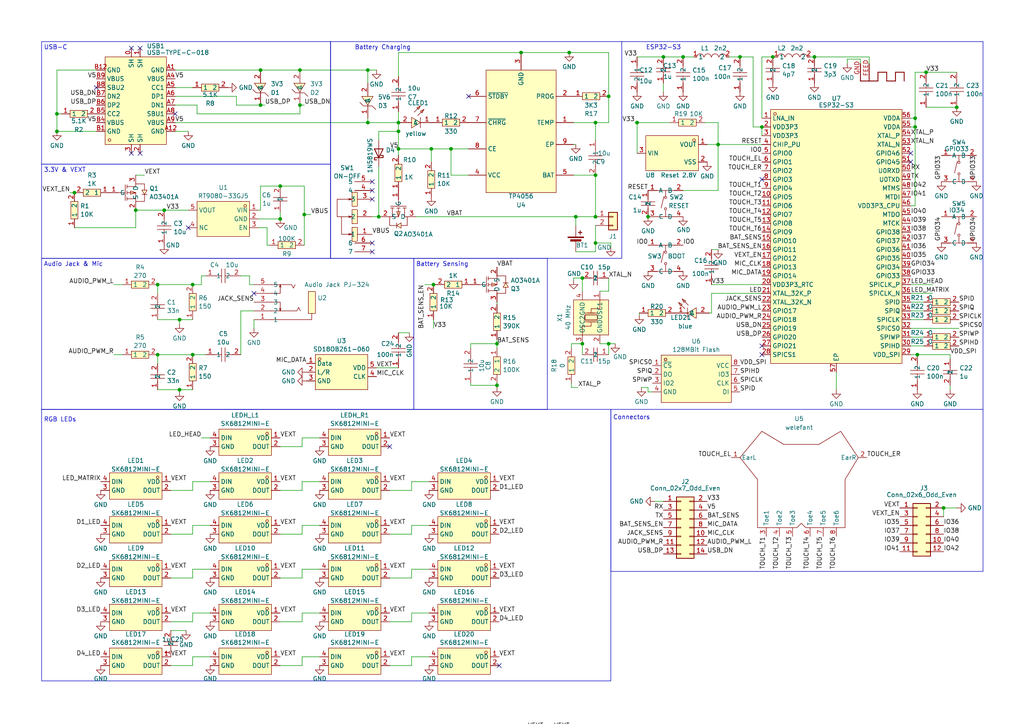
<source format=kicad_sch>
(kicad_sch (version 20230121) (generator eeschema)
  (paper "A4")
  (title_block (title "Welefant") (date "2023-07-28") (rev "1"))
  (junction (at 268.605 20.955))
  (junction (at 220.98 36.83))
  (junction (at 236.22 16.51))
  (junction (at 115.57 35.56))
  (junction (at 172.72 50.8))
  (junction (at 115.57 43.18))
  (junction (at 184.785 35.56))
  (junction (at 130.81 43.18))
  (junction (at 52.07 113.03))
  (junction (at 265.43 36.83))
  (junction (at 45.72 82.55))
  (junction (at 144.145 111.76))
  (junction (at 176.53 99.695))
  (junction (at 224.155 16.51))
  (junction (at 45.72 102.87))
  (junction (at 277.495 31.115))
  (junction (at 165.1 15.24))
  (junction (at 176.53 27.94))
  (junction (at 109.855 62.865))
  (junction (at 172.72 62.865))
  (junction (at 214.63 16.51))
  (junction (at 47.625 60.96))
  (junction (at 106.68 35.56))
  (junction (at 273.685 147.32))
  (junction (at 198.12 16.51))
  (junction (at 75.565 30.48))
  (junction (at 168.91 99.695))
  (junction (at 39.37 60.96))
  (junction (at 81.28 53.975))
  (junction (at 167.005 62.865))
  (junction (at 55.88 102.87))
  (junction (at 208.28 41.91))
  (junction (at 81.28 63.5))
  (junction (at 172.72 70.485))
  (junction (at 106.68 20.32))
  (junction (at 52.07 92.71))
  (junction (at 55.88 82.55))
  (junction (at 21.59 55.88))
  (junction (at 115.57 38.1))
  (junction (at 16.51 33.02))
  (junction (at 16.51 38.1))
  (junction (at 265.43 34.29))
  (junction (at 172.72 35.56))
  (junction (at 75.565 20.32))
  (junction (at 168.91 80.645))
  (junction (at 125.73 82.55))
  (junction (at 192.405 16.51))
  (junction (at 187.96 62.865))
  (junction (at 88.265 62.23))
  (junction (at 144.145 99.695))
  (junction (at 86.995 30.48))
  (junction (at 266.065 102.87))
  (junction (at 151.13 15.24))
  (junction (at 125.095 43.18))
  (junction (at 86.995 20.32))
  (no_connect (at 50.8 33.02))
  (no_connect (at 264.16 46.99))
  (no_connect (at 73.66 85.09))
  (no_connect (at 220.98 100.33))
  (no_connect (at 40.64 13.97))
  (no_connect (at 54.61 66.04))
  (no_connect (at 27.94 25.4))
  (no_connect (at 107.95 70.485))
  (no_connect (at 38.1 13.97))
  (no_connect (at 107.95 52.705))
  (no_connect (at 107.95 55.245))
  (no_connect (at 107.95 57.785))
  (no_connect (at 220.98 102.87))
  (no_connect (at 113.03 129.54))
  (no_connect (at 264.16 44.45))
  (no_connect (at 38.1 44.45))
  (no_connect (at 40.64 44.45))
  (no_connect (at 220.98 52.07))
  (no_connect (at 107.95 73.025))
  (no_connect (at 135.89 27.94))
  (no_connect (at 144.78 193.04))
  (wire (pts (xy 172.72 35.56) (xy 176.53 35.56)))
  (wire (pts (xy 77.47 66.04) (xy 74.93 66.04)))
  (wire (pts (xy 218.44 16.51) (xy 214.63 16.51)))
  (wire (pts (xy 69.85 90.17) (xy 69.85 102.87)))
  (wire (pts (xy 106.68 24.13) (xy 106.68 20.32)))
  (wire (pts (xy 55.88 139.7) (xy 55.88 142.24)))
  (wire (pts (xy 187.96 112.395) (xy 187.96 113.665)))
  (wire (pts (xy 115.57 43.18) (xy 125.095 43.18)))
  (wire (pts (xy 176.53 102.87) (xy 176.53 99.695)))
  (wire (pts (xy 264.16 36.83) (xy 265.43 36.83)))
  (wire (pts (xy 124.46 152.4) (xy 119.38 152.4)))
  (wire (pts (xy 45.72 113.03) (xy 52.07 113.03)))
  (wire (pts (xy 68.58 27.94) (xy 68.58 30.48)))
  (wire (pts (xy 234.95 16.51) (xy 236.22 16.51)))
  (wire (pts (xy 267.97 87.63) (xy 264.16 87.63)))
  (wire (pts (xy 265.43 36.83) (xy 265.43 34.29)))
  (wire (pts (xy 55.88 167.64) (xy 49.53 167.64)))
  (wire (pts (xy 124.46 165.1) (xy 119.38 165.1)))
  (wire (pts (xy 208.28 41.91) (xy 208.28 55.245)))
  (wire (pts (xy 167.005 73.025) (xy 172.72 73.025)))
  (wire (pts (xy 109.855 62.865) (xy 110.49 62.865)))
  (wire (pts (xy 58.42 82.55) (xy 55.88 82.55)))
  (wire (pts (xy 86.995 20.32) (xy 106.68 20.32)))
  (wire (pts (xy 205.74 90.805) (xy 206.375 90.805)))
  (wire (pts (xy 166.37 80.645) (xy 168.91 80.645)))
  (wire (pts (xy 109.855 38.1) (xy 115.57 38.1)))
  (wire (pts (xy 136.525 99.695) (xy 144.145 99.695)))
  (wire (pts (xy 45.72 102.87) (xy 45.72 105.41)))
  (wire (pts (xy 119.38 139.7) (xy 119.38 142.24)))
  (wire (pts (xy 172.72 70.485) (xy 172.72 73.025)))
  (wire (pts (xy 87.63 165.1) (xy 87.63 167.64)))
  (wire (pts (xy 120.65 62.865) (xy 167.005 62.865)))
  (wire (pts (xy 176.53 84.455) (xy 176.53 80.645)))
  (wire (pts (xy 115.57 38.1) (xy 115.57 35.56)))
  (wire (pts (xy 273.685 147.32) (xy 273.685 149.86)))
  (wire (pts (xy 87.63 127) (xy 87.63 129.54)))
  (wire (pts (xy 166.37 80.645) (xy 166.37 81.28)))
  (wire (pts (xy 69.85 90.17) (xy 73.66 90.17)))
  (wire (pts (xy 87.63 139.7) (xy 87.63 142.24)))
  (wire (pts (xy 265.43 34.29) (xy 264.16 34.29)))
  (wire (pts (xy 115.57 35.56) (xy 115.57 32.385)))
  (wire (pts (xy 125.73 82.55) (xy 126.365 82.55)))
  (wire (pts (xy 173.99 99.695) (xy 176.53 99.695)))
  (wire (pts (xy 136.525 111.76) (xy 136.525 111.125)))
  (wire (pts (xy 55.88 154.94) (xy 49.53 154.94)))
  (wire (pts (xy 50.8 25.4) (xy 55.88 25.4)))
  (wire (pts (xy 87.63 193.04) (xy 81.28 193.04)))
  (wire (pts (xy 87.63 129.54) (xy 81.28 129.54)))
  (wire (pts (xy 50.8 27.94) (xy 68.58 27.94)))
  (wire (pts (xy 249.555 17.145) (xy 249.555 18.415)))
  (wire (pts (xy 220.98 16.51) (xy 224.155 16.51)))
  (wire (pts (xy 52.07 92.71) (xy 52.07 93.98)))
  (wire (pts (xy 115.57 22.225) (xy 115.57 15.24)))
  (wire (pts (xy 166.37 50.8) (xy 172.72 50.8)))
  (wire (pts (xy 86.995 30.48) (xy 88.265 30.48)))
  (wire (pts (xy 109.855 48.26) (xy 109.855 62.865)))
  (wire (pts (xy 115.57 43.18) (xy 115.57 38.1)))
  (wire (pts (xy 69.85 80.01) (xy 72.39 80.01)))
  (wire (pts (xy 55.88 142.24) (xy 49.53 142.24)))
  (wire (pts (xy 109.22 20.32) (xy 106.68 20.32)))
  (wire (pts (xy 77.47 71.12) (xy 78.105 71.12)))
  (wire (pts (xy 119.38 193.04) (xy 113.03 193.04)))
  (wire (pts (xy 119.38 180.34) (xy 113.03 180.34)))
  (wire (pts (xy 178.435 99.695) (xy 176.53 99.695)))
  (wire (pts (xy 278.13 95.25) (xy 264.16 95.25)))
  (wire (pts (xy 45.72 92.71) (xy 52.07 92.71)))
  (wire (pts (xy 184.785 16.51) (xy 192.405 16.51)))
  (wire (pts (xy 172.72 50.8) (xy 172.72 62.865)))
  (wire (pts (xy 75.565 20.32) (xy 86.995 20.32)))
  (wire (pts (xy 267.97 97.79) (xy 264.16 97.79)))
  (wire (pts (xy 58.42 127) (xy 60.96 127)))
  (wire (pts (xy 267.97 100.33) (xy 264.16 100.33)))
  (wire (pts (xy 74.93 63.5) (xy 81.28 63.5)))
  (wire (pts (xy 49.53 182.88) (xy 53.975 182.88)))
  (wire (pts (xy 109.22 106.68) (xy 115.57 106.68)))
  (wire (pts (xy 55.88 190.5) (xy 55.88 193.04)))
  (wire (pts (xy 165.735 112.395) (xy 167.64 112.395)))
  (wire (pts (xy 87.63 152.4) (xy 87.63 154.94)))
  (wire (pts (xy 125.095 43.18) (xy 130.81 43.18)))
  (wire (pts (xy 33.02 82.55) (xy 35.56 82.55)))
  (wire (pts (xy 270.51 82.55) (xy 264.16 82.55)))
  (wire (pts (xy 60.96 177.8) (xy 55.88 177.8)))
  (wire (pts (xy 87.63 154.94) (xy 81.28 154.94)))
  (wire (pts (xy 208.28 55.245) (xy 198.12 55.245)))
  (wire (pts (xy 194.31 35.56) (xy 184.785 35.56)))
  (wire (pts (xy 81.28 61.595) (xy 81.28 63.5)))
  (wire (pts (xy 58.42 80.01) (xy 58.42 82.55)))
  (wire (pts (xy 87.63 142.24) (xy 81.28 142.24)))
  (wire (pts (xy 177.165 70.485) (xy 177.165 71.755)))
  (wire (pts (xy 144.145 112.395) (xy 144.145 111.76)))
  (wire (pts (xy 206.375 82.55) (xy 220.98 82.55)))
  (wire (pts (xy 245.745 17.145) (xy 245.745 18.415)))
  (wire (pts (xy 144.145 99.695) (xy 144.145 100.965)))
  (wire (pts (xy 206.375 85.09) (xy 220.98 85.09)))
  (wire (pts (xy 275.59 113.03) (xy 275.59 111.76)))
  (wire (pts (xy 77.47 71.12) (xy 77.47 66.04)))
  (wire (pts (xy 33.02 102.87) (xy 35.56 102.87)))
  (wire (pts (xy 72.39 82.55) (xy 73.66 82.55)))
  (wire (pts (xy 74.93 60.96) (xy 75.565 60.96)))
  (wire (pts (xy 55.88 102.87) (xy 59.69 102.87)))
  (wire (pts (xy 187.96 113.665) (xy 189.23 113.665)))
  (wire (pts (xy 165.735 99.695) (xy 168.91 99.695)))
  (wire (pts (xy 192.405 26.67) (xy 192.405 24.13)))
  (wire (pts (xy 236.22 16.51) (xy 252.095 16.51)))
  (wire (pts (xy 204.47 35.56) (xy 208.28 35.56)))
  (wire (pts (xy 87.63 180.34) (xy 81.28 180.34)))
  (wire (pts (xy 55.88 177.8) (xy 55.88 180.34)))
  (wire (pts (xy 144.145 111.76) (xy 136.525 111.76)))
  (wire (pts (xy 176.53 27.94) (xy 176.53 15.24)))
  (polyline (pts (xy 180.34 12.065) (xy 285.115 12.065)))
  (wire (pts (xy 107.95 62.865) (xy 109.855 62.865)))
  (wire (pts (xy 81.28 53.975) (xy 88.265 53.975)))
  (wire (pts (xy 52.07 113.03) (xy 52.07 113.665)))
  (wire (pts (xy 57.15 33.02) (xy 86.995 33.02)))
  (wire (pts (xy 41.91 50.8) (xy 39.37 50.8)))
  (wire (pts (xy 92.71 139.7) (xy 87.63 139.7)))
  (wire (pts (xy 119.38 190.5) (xy 119.38 193.04)))
  (wire (pts (xy 72.39 80.01) (xy 72.39 82.55)))
  (wire (pts (xy 92.71 152.4) (xy 87.63 152.4)))
  (wire (pts (xy 151.13 15.24) (xy 165.1 15.24)))
  (wire (pts (xy 242.57 113.03) (xy 242.57 107.95)))
  (wire (pts (xy 123.19 82.55) (xy 125.73 82.55)))
  (wire (pts (xy 206.375 90.805) (xy 206.375 85.09)))
  (wire (pts (xy 60.96 190.5) (xy 55.88 190.5)))
  (wire (pts (xy 125.095 43.18) (xy 125.095 46.99)))
  (wire (pts (xy 186.055 112.395) (xy 187.96 112.395)))
  (wire (pts (xy 115.57 96.52) (xy 118.745 96.52)))
  (wire (pts (xy 20.32 55.88) (xy 21.59 55.88)))
  (wire (pts (xy 268.605 31.115) (xy 277.495 31.115)))
  (wire (pts (xy 173.99 84.455) (xy 176.53 84.455)))
  (wire (pts (xy 87.63 190.5) (xy 87.63 193.04)))
  (wire (pts (xy 125.73 92.71) (xy 125.73 95.25)))
  (wire (pts (xy 144.145 87.63) (xy 144.145 88.265)))
  (wire (pts (xy 153.035 211.455) (xy 160.655 211.455)))
  (wire (pts (xy 119.38 152.4) (xy 119.38 154.94)))
  (wire (pts (xy 52.07 92.71) (xy 55.88 92.71)))
  (wire (pts (xy 39.37 60.96) (xy 47.625 60.96)))
  (wire (pts (xy 167.005 62.865) (xy 172.72 62.865)))
  (wire (pts (xy 75.565 30.48) (xy 76.835 30.48)))
  (wire (pts (xy 165.735 111.125) (xy 165.735 112.395)))
  (wire (pts (xy 50.8 38.1) (xy 54.61 38.1)))
  (wire (pts (xy 88.265 62.23) (xy 88.265 71.12)))
  (wire (pts (xy 52.07 113.03) (xy 55.88 113.03)))
  (wire (pts (xy 50.8 30.48) (xy 57.15 30.48)))
  (wire (pts (xy 58.42 80.01) (xy 59.69 80.01)))
  (wire (pts (xy 130.81 43.18) (xy 135.89 43.18)))
  (wire (pts (xy 45.72 82.55) (xy 45.72 85.09)))
  (wire (pts (xy 165.735 99.695) (xy 165.735 100.965)))
  (wire (pts (xy 115.57 15.24) (xy 151.13 15.24)))
  (wire (pts (xy 172.72 65.405) (xy 172.72 70.485)))
  (wire (pts (xy 55.88 180.34) (xy 49.53 180.34)))
  (wire (pts (xy 273.685 147.32) (xy 277.495 147.32)))
  (wire (pts (xy 86.995 33.02) (xy 86.995 30.48)))
  (wire (pts (xy 144.145 99.695) (xy 144.145 98.425)))
  (wire (pts (xy 184.15 35.56) (xy 184.785 35.56)))
  (wire (pts (xy 119.38 154.94) (xy 113.03 154.94)))
  (wire (pts (xy 50.8 20.32) (xy 75.565 20.32)))
  (wire (pts (xy 220.98 16.51) (xy 220.98 34.29)))
  (wire (pts (xy 245.745 17.145) (xy 249.555 17.145)))
  (wire (pts (xy 16.51 33.02) (xy 17.78 33.02)))
  (polyline (pts (xy 285.115 12.065) (xy 285.115 118.745)))
  (wire (pts (xy 60.96 165.1) (xy 55.88 165.1)))
  (wire (pts (xy 264.16 59.69) (xy 265.43 59.69)))
  (wire (pts (xy 268.605 20.955) (xy 277.495 20.955)))
  (wire (pts (xy 92.71 190.5) (xy 87.63 190.5)))
  (wire (pts (xy 55.88 193.04) (xy 49.53 193.04)))
  (wire (pts (xy 218.44 36.83) (xy 218.44 16.51)))
  (wire (pts (xy 167.005 62.865) (xy 167.005 65.405)))
  (wire (pts (xy 119.38 177.8) (xy 119.38 180.34)))
  (wire (pts (xy 168.91 99.695) (xy 168.91 102.87)))
  (wire (pts (xy 224.155 16.51) (xy 224.79 16.51)))
  (wire (pts (xy 87.63 177.8) (xy 87.63 180.34)))
  (wire (pts (xy 189.865 145.415) (xy 192.405 145.415)))
  (wire (pts (xy 165.1 15.24) (xy 176.53 15.24)))
  (wire (pts (xy 206.375 72.39) (xy 208.28 72.39)))
  (wire (pts (xy 16.51 20.32) (xy 27.94 20.32)))
  (wire (pts (xy 184.785 35.56) (xy 184.785 44.45)))
  (wire (pts (xy 166.37 41.91) (xy 167.005 41.91)))
  (wire (pts (xy 87.63 167.64) (xy 81.28 167.64)))
  (wire (pts (xy 265.43 59.69) (xy 265.43 36.83)))
  (wire (pts (xy 16.51 33.02) (xy 16.51 20.32)))
  (wire (pts (xy 90.17 62.23) (xy 88.265 62.23)))
  (wire (pts (xy 16.51 38.1) (xy 16.51 33.02)))
  (wire (pts (xy 220.98 36.83) (xy 218.44 36.83)))
  (wire (pts (xy 119.38 165.1) (xy 119.38 167.64)))
  (wire (pts (xy 168.91 80.645) (xy 168.91 84.455)))
  (wire (pts (xy 57.15 30.48) (xy 57.15 33.02)))
  (wire (pts (xy 92.71 177.8) (xy 87.63 177.8)))
  (wire (pts (xy 267.97 92.71) (xy 264.16 92.71)))
  (wire (pts (xy 198.12 16.51) (xy 192.405 16.51)))
  (wire (pts (xy 172.72 40.64) (xy 172.72 35.56)))
  (wire (pts (xy 68.58 30.48) (xy 75.565 30.48)))
  (wire (pts (xy 265.43 20.955) (xy 268.605 20.955)))
  (wire (pts (xy 136.525 99.695) (xy 136.525 100.965)))
  (wire (pts (xy 252.095 16.51) (xy 252.095 18.415)))
  (wire (pts (xy 130.81 50.8) (xy 130.81 43.18)))
  (wire (pts (xy 185.42 91.44) (xy 185.42 90.805)))
  (wire (pts (xy 21.59 66.04) (xy 39.37 66.04)))
  (wire (pts (xy 144.145 111.76) (xy 144.145 111.125)))
  (wire (pts (xy 264.16 102.87) (xy 266.065 102.87)))
  (wire (pts (xy 211.455 16.51) (xy 214.63 16.51)))
  (wire (pts (xy 176.53 35.56) (xy 176.53 27.94)))
  (wire (pts (xy 60.96 152.4) (xy 55.88 152.4)))
  (wire (pts (xy 119.38 142.24) (xy 113.03 142.24)))
  (wire (pts (xy 166.37 35.56) (xy 172.72 35.56)))
  (wire (pts (xy 275.59 102.87) (xy 266.065 102.87)))
  (wire (pts (xy 115.57 43.18) (xy 115.57 45.085)))
  (wire (pts (xy 106.68 35.56) (xy 106.68 34.29)))
  (wire (pts (xy 60.96 139.7) (xy 55.88 139.7)))
  (wire (pts (xy 177.165 70.485) (xy 172.72 70.485)))
  (wire (pts (xy 124.46 177.8) (xy 119.38 177.8)))
  (wire (pts (xy 201.295 16.51) (xy 198.12 16.51)))
  (wire (pts (xy 73.66 92.71) (xy 73.66 95.25)))
  (wire (pts (xy 88.265 53.975) (xy 88.265 62.23)))
  (wire (pts (xy 124.46 190.5) (xy 119.38 190.5)))
  (wire (pts (xy 109.855 38.1) (xy 109.855 40.64)))
  (wire (pts (xy 55.88 165.1) (xy 55.88 167.64)))
  (wire (pts (xy 45.72 82.55) (xy 55.88 82.55)))
  (wire (pts (xy 220.98 36.83) (xy 220.98 39.37)))
  (wire (pts (xy 75.565 53.975) (xy 81.28 53.975)))
  (wire (pts (xy 267.97 90.17) (xy 264.16 90.17)))
  (wire (pts (xy 47.625 60.96) (xy 54.61 60.96)))
  (wire (pts (xy 208.28 41.91) (xy 220.98 41.91)))
  (wire (pts (xy 265.43 34.29) (xy 265.43 20.955)))
  (wire (pts (xy 50.8 35.56) (xy 106.68 35.56)))
  (wire (pts (xy 106.68 35.56) (xy 115.57 35.56)))
  (wire (pts (xy 275.59 104.14) (xy 275.59 102.87)))
  (wire (pts (xy 39.37 66.04) (xy 39.37 60.96)))
  (wire (pts (xy 208.28 35.56) (xy 208.28 41.91)))
  (wire (pts (xy 75.565 60.96) (xy 75.565 53.975)))
  (wire (pts (xy 135.89 50.8) (xy 130.81 50.8)))
  (wire (pts (xy 205.105 41.91) (xy 208.28 41.91)))
  (wire (pts (xy 16.51 38.1) (xy 27.94 38.1)))
  (wire (pts (xy 92.71 127) (xy 87.63 127)))
  (wire (pts (xy 92.71 165.1) (xy 87.63 165.1)))
  (wire (pts (xy 119.38 167.64) (xy 113.03 167.64)))
  (wire (pts (xy 55.88 152.4) (xy 55.88 154.94)))
  (wire (pts (xy 45.72 102.87) (xy 55.88 102.87)))
  (wire (pts (xy 124.46 139.7) (xy 119.38 139.7)))
  (wire (pts (xy 270.51 85.09) (xy 264.16 85.09)))
  (rectangle (start 12.065 47.625) (end 95.885 74.93))
  (rectangle (start 120.015 74.93) (end 158.75 118.745))
  (rectangle (start 95.885 12.065) (end 180.34 74.93))
  (rectangle (start 177.165 118.745) (end 285.115 165.735))
  (rectangle (start 12.065 118.745) (end 177.165 197.485))
  (rectangle (start 12.065 74.93) (end 120.015 118.745))
  (rectangle (start 12.065 12.065) (end 95.885 47.625))
  (text "RGB LEDs" (at 12.7 122.555 0) (effects (font (size 1.27 1.27)) (justify left bottom)))
  (text "Battery Charging" (at 102.87 14.605 0) (effects (font (size 1.27 1.27)) (justify left bottom)))
  (text "Battery Sensing" (at 120.65 77.47 0) (effects (font (size 1.27 1.27)) (justify left bottom)))
  (text "Audio Jack & Mic" (at 12.7 77.47 0) (effects (font (size 1.27 1.27)) (justify left bottom)))
  (text "ESP32-S3" (at 187.325 14.605 0) (effects (font (size 1.27 1.27)) (justify left bottom)))
  (text "Connectors" (at 177.8 121.92 0) (effects (font (size 1.27 1.27)) (justify left bottom)))
  (text "USB-C" (at 12.7 14.605 0) (effects (font (size 1.27 1.27)) (justify left bottom)))
  (text "3.3V & VEXT" (at 12.7 50.165 0) (effects (font (size 1.27 1.27)) (justify left bottom)))
  (label "LED_MATRIX" (at 264.16 85.09 0))
  (label "D1_LED" (at 144.78 142.24 0))
  (label "IO0" (at 220.98 44.45 180))
  (label "V5" (at 50.8 35.56 0))
  (label "USB_DN" (at 220.98 95.25 180))
  (label "MIC_CLK" (at 220.98 77.47 180))
  (label "TOUCH_ER" (at 220.98 49.53 180))
  (label "SPIQ" (at 189.23 108.585 180) (effects (font (size 1.2446 1.2446))))
  (label "VEXT" (at 41.91 50.8 0))
  (label "D3_LED" (at 29.21 177.8 180))
  (label "AUDIO_PWM_R" (at 220.98 92.71 180))
  (label "IO36" (at 264.16 72.39 0))
  (label "VEXT" (at 113.03 152.4 0))
  (label "RX" (at 192.405 147.955 180))
  (label "TOUCH_T4" (at 220.98 62.23 180))
  (label "VEXT" (at 144.78 177.8 0))
  (label "XTAL_P" (at 264.16 39.37 0))
  (label "TOUCH_T5" (at 220.98 64.77 180))
  (label "TOUCH_T1" (at 220.98 54.61 180))
  (label "TX" (at 264.16 52.07 0))
  (label "TOUCH_EL" (at 220.98 46.99 180))
  (label "SPICLK" (at 278.13 92.71 0) (effects (font (size 1.2446 1.2446))))
  (label "GPIO34" (at 273.05 62.865 270))
  (label "VEXT" (at 109.22 106.68 0))
  (label "RESET" (at 187.96 55.245 180))
  (label "IO37" (at 264.16 69.85 0))
  (label "VEXT" (at 144.78 190.5 0))
  (label "D4_LED" (at 29.21 190.5 180))
  (label "BAT_SENS_EN" (at 220.98 72.39 180))
  (label "VEXT" (at 144.78 152.4 0))
  (label "GPIO33" (at 283.21 45.085 270))
  (label "MIC_DATA" (at 88.9 105.41 180))
  (label "VEXT" (at 144.78 139.7 0))
  (label "SPIHD" (at 278.13 100.33 0) (effects (font (size 1.2446 1.2446))))
  (label "LED_HEAD" (at 264.16 82.55 0))
  (label "TOUCH_T5" (at 238.76 155.575 270))
  (label "VEXT" (at 113.03 127 0))
  (label "VEXT_EN" (at 220.98 74.93 180))
  (label "BAT_SENS" (at 220.98 69.85 180))
  (label "V5" (at 27.94 35.56 180))
  (label "XTAL_P" (at 167.64 112.395 0))
  (label "TOUCH_T6" (at 242.57 155.575 270))
  (label "VDD_SPI" (at 214.63 106.045 0) (effects (font (size 1.2446 1.2446))))
  (label "SPICS0" (at 278.13 95.25 0) (effects (font (size 1.2446 1.2446))))
  (label "USB_DP" (at 192.405 160.655 180))
  (label "VEXT" (at 49.53 177.8 0))
  (label "SPIWP" (at 278.13 97.79 0) (effects (font (size 1.2446 1.2446))))
  (label "TOUCH_T3" (at 220.98 59.69 180))
  (label "GPIO34" (at 283.21 62.865 270))
  (label "TOUCH_T1" (at 222.25 155.575 270))
  (label "SPICS0" (at 189.23 106.045 180) (effects (font (size 1.2446 1.2446))))
  (label "IO35" (at 260.985 152.4 180))
  (label "V33" (at 48.26 60.96 0))
  (label "USB_DP" (at 27.94 30.48 180))
  (label "VEXT_EN" (at 260.985 149.86 180))
  (label "MIC_CLK" (at 109.22 109.22 0))
  (label "VEXT" (at 81.28 139.7 0))
  (label "BAT_SENS_EN" (at 123.19 82.55 270))
  (label "MIC_DATA" (at 220.98 80.01 180))
  (label "XTAL_N" (at 264.16 41.91 0))
  (label "TOUCH_T3" (at 229.87 155.575 270))
  (label "TOUCH_T4" (at 234.95 155.575 270))
  (label "IO42" (at 264.16 54.61 0))
  (label "IO39" (at 264.16 64.77 0))
  (label "IO36" (at 273.685 152.4 0))
  (label "V5" (at 50.8 22.86 0))
  (label "USB_DN" (at 88.265 30.48 0))
  (label "TX" (at 192.405 150.495 180))
  (label "VEXT" (at 144.78 165.1 0))
  (label "V33" (at 206.375 82.55 0))
  (label "MIC_DATA" (at 205.105 153.035 0))
  (label "IO0" (at 187.96 71.12 180))
  (label "D3_LED" (at 144.78 167.64 0))
  (label "V5" (at 27.94 22.86 180))
  (label "VEXT" (at 260.985 147.32 180))
  (label "V33" (at 268.605 20.955 0))
  (label "LED" (at 220.98 85.09 180))
  (label "TOUCH_T2" (at 226.06 155.575 270))
  (label "AUDIO_PWM_L" (at 33.02 82.55 180))
  (label "SPID" (at 214.63 113.665 0))
  (label "VEXT" (at 49.53 190.5 0))
  (label "IO38" (at 273.685 154.94 0))
  (label "USB_DN" (at 205.105 160.655 0))
  (label "V5" (at 205.105 147.955 0))
  (label "V33" (at 184.785 16.51 180))
  (label "VEXT" (at 153.035 211.455 0))
  (label "BAT_SENS_EN" (at 192.405 153.035 180))
  (label "SPICLK" (at 214.63 111.125 0) (effects (font (size 1.2446 1.2446))))
  (label "TOUCH_EL" (at 212.09 132.715 180))
  (label "IO41" (at 260.985 160.02 180))
  (label "AUDIO_PWM_R" (at 192.405 158.115 180))
  (label "D4_LED" (at 144.78 180.34 0))
  (label "VEXT" (at 113.03 190.5 0))
  (label "LED_HEAD" (at 58.42 127 180))
  (label "VEXT" (at 49.53 139.7 0))
  (label "AUDIO_PWM_L" (at 205.105 158.115 0))
  (label "IO40" (at 264.16 62.23 0))
  (label "VEXT" (at 113.03 177.8 0))
  (label "VEXT" (at 81.28 177.8 0))
  (label "TOUCH_T6" (at 220.98 67.31 180))
  (label "VBAT" (at 144.145 77.47 0))
  (label "VBUS" (at 107.95 67.945 0))
  (label "TOUCH_ER" (at 251.46 132.715 0))
  (label "VEXT" (at 81.28 165.1 0))
  (label "VEXT" (at 81.28 127 0))
  (label "VBAT" (at 129.54 62.865 0))
  (label "D2_LED" (at 29.21 165.1 180))
  (label "VEXT" (at 81.28 190.5 0))
  (label "IO39" (at 260.985 157.48 180))
  (label "IO41" (at 264.16 57.15 0))
  (label "AUDIO_PWM_R" (at 33.02 102.87 180))
  (label "VBUS" (at 90.17 62.23 0))
  (label "GPIO33" (at 264.16 80.01 0))
  (label "RESET" (at 220.98 41.91 180))
  (label "VEXT" (at 81.28 152.4 0))
  (label "IO42" (at 273.685 160.02 0))
  (label "JACK_SENS" (at 192.405 155.575 180))
  (label "D1_LED" (at 29.21 152.4 180))
  (label "JACK_SENS" (at 220.98 87.63 180))
  (label "VEXT" (at 49.53 152.4 0))
  (label "JACK_SENS" (at 73.66 87.63 180))
  (label "AUDIO_PWM_L" (at 220.98 90.17 180))
  (label "RX" (at 264.16 49.53 0))
  (label "BAT_SENS" (at 205.105 150.495 0))
  (label "V33" (at 184.15 35.56 180))
  (label "SPIWP" (at 189.23 111.125 180) (effects (font (size 1.2446 1.2446))))
  (label "MIC_CLK" (at 205.105 155.575 0))
  (label "USB_DP" (at 76.835 30.48 0))
  (label "SPIHD" (at 214.63 108.585 0) (effects (font (size 1.2446 1.2446))))
  (label "GPIO34" (at 264.16 77.47 0))
  (label "SPIQ" (at 278.13 90.17 0) (effects (font (size 1.2446 1.2446))))
  (label "GPIO33" (at 273.05 45.085 270))
  (label "V5" (at 115.57 43.18 180))
  (label "VEXT_EN" (at 20.32 55.88 180))
  (label "IO38" (at 264.16 67.31 0))
  (label "VEXT" (at 113.03 165.1 0))
  (label "BAT_SENS" (at 144.145 99.695 0))
  (label "SPID" (at 278.13 87.63 0))
  (label "IO40" (at 273.685 157.48 0))
  (label "IO0" (at 198.12 71.12 0))
  (label "VEXT" (at 160.655 211.455 0))
  (label "IO37" (at 260.985 154.94 180))
  (label "USB_DN" (at 27.94 27.94 180))
  (label "LED_MATRIX" (at 29.21 139.7 180))
  (label "V33" (at 205.105 145.415 0))
  (label "TOUCH_T2" (at 220.98 57.15 180))
  (label "VEXT" (at 49.53 165.1 0))
  (label "IO35" (at 264.16 74.93 0))
  (label "V33" (at 125.73 95.25 0))
  (label "USB_DP" (at 220.98 97.79 180))
  (label "XTAL_N" (at 176.53 80.645 0))
  (label "VDD_SPI" (at 275.59 102.87 0) (effects (font (size 1.2446 1.2446))))
  (label "D2_LED" (at 144.78 154.94 0))
  (label "VEXT" (at 113.03 139.7 0))
  (symbol (lib_id "power:GND") (at 29.21 154.94 0) (unit 1)
    (property "Reference" "#PWR032" (effects hide))
    (property "Value" "GND" (at 29.21 159.0731 0))
  )
  (symbol (lib_id "power:GND") (at 29.21 167.64 0) (unit 1)
    (property "Reference" "#PWR033" (effects hide))
    (property "Value" "GND" (at 29.21 171.7731 0))
  )
  (symbol (lib_id "power:GND") (at 16.51 38.1 0) (unit 1)
    (property "Reference" "#PWR011" (effects hide))
    (property "Value" "GND" (at 16.51 42.2331 0))
  )
  (symbol (lib_id "hacrafu:SK6812MINI-E") (at 134.62 154.94 0) (mirror y) (unit 1)
    (property "Reference" "LED8" (at 134.62 146.2872 0))
    (property "Value" "SK6812MINI-E" (at 134.62 148.8241 0))
    (property "Footprint" "hacrafu:SK6812MINI-E-handsolder" (effects hide))
    (property "Manufacturer" "欧思科光电" (effects hide))
    (property "LCSC Part" "C5149201" (effects hide))
    (property "JLC Part" "Extended Part" (effects hide))
  )
  (symbol (lib_id "power:GND") (at 192.405 26.67 0) (unit 1)
    (property "Reference" "#PWR060" (effects hide))
    (property "Value" "GND" (at 192.405 30.8031 0))
  )
  (symbol (lib_id "power:GND") (at 236.22 24.13 0) (unit 1)
    (property "Reference" "#PWR063" (effects hide))
    (property "Value" "GND" (at 236.22 28.2631 0))
  )
  (symbol (lib_id "easyeda2kicad:0603WAF1003T5E") (at 83.185 71.12 0) (unit 1)
    (property "Reference" "R9" (at 83.185 73.66 0))
    (property "Value" "100K" (at 83.185 69.215 0))
    (property "Footprint" "easyeda2kicad:R0603" (effects hide))
    (property "Datasheet" "https://lcsc.com/product-detail/Chip-Resistor-Surface-Mount-UniOhm_100KR-1003-1_C25803.html" (effects hide))
    (property "Manufacturer" "UNI-ROYAL(厚声)" (effects hide))
    (property "LCSC Part" "C25803" (effects hide))
    (property "JLC Part" "Basic Part" (effects hide))
  )
  (symbol (lib_id "easyeda2kicad:0603WAF3301T5E") (at 171.45 27.94 0) (mirror x) (unit 1)
    (property "Reference" "R17" (at 171.45 32.9773 0))
    (property "Value" "3K3" (at 171.45 30.5531 0))
    (property "Footprint" "easyeda2kicad:R0603_NEW" (effects hide))
    (property "Datasheet" "https://lcsc.com/product-detail/Chip-Resistor-Surface-Mount-UniOhm_3-3KR-3301-1_C22978.html" (effects hide))
    (property "Manufacturer" "UNI-ROYAL(厚声)" (effects hide))
    (property "LCSC Part" "C22978" (effects hide))
    (property "JLC Part" "Basic Part" (effects hide))
  )
  (symbol (lib_id "power:GND") (at 60.96 180.34 0) (unit 1)
    (property "Reference" "#PWR037" (effects hide))
    (property "Value" "GND" (at 60.96 184.4731 0))
  )
  (symbol (lib_id "power:GND") (at 189.865 145.415 270) (unit 1)
    (property "Reference" "#PWR045" (effects hide))
    (property "Value" "GND" (at 186.6901 145.415 90) (effects (justify right)))
  )
  (symbol (lib_id "Connector_Generic:Conn_02x06_Odd_Even") (at 266.065 152.4 0) (unit 1)
    (property "Reference" "J3" (at 267.97 141.605 0))
    (property "Value" "Conn_02x6_Odd_Even" (at 267.335 143.51 0))
    (property "Footprint" "hacrafu:PinHeader_2x06_P2.54mm_Vertical_SMD_handsolder" (effects hide))
  )
  (symbol (lib_id "easyeda2kicad:CL10B333KB8NNNC") (at 45.72 88.9 90) (unit 1)
    (property "Reference" "C1" (at 48.385 87.6879 90) (effects (justify right)))
    (property "Value" "33n" (at 48.385 90.1121 90) (effects (justify right)))
    (property "Footprint" "easyeda2kicad:C0603" (effects hide))
    (property "Datasheet" "https://lcsc.com/product-detail/Multilayer-Ceramic-Capacitors-MLCC-SMD-SMT_SAMSUNG_CL10B333KB8NNNC_33nF-333-10-50V_C21117.html" (effects hide))
    (property "Manufacturer" "SAMSUNG(三星)" (effects hide))
    (property "LCSC Part" "C21117" (effects hide))
    (property "JLC Part" "Basic Part" (effects hide))
  )
  (symbol (lib_id "easyeda2kicad:0603WAF5101T5E") (at 22.86 33.02 0) (mirror x) (unit 1)
    (property "Reference" "R2" (at 22.86 37.6128 0))
    (property "Value" "5.1K" (at 22.86 35.0759 0))
    (property "Footprint" "easyeda2kicad:R0603" (effects hide))
    (property "Datasheet" "https://lcsc.com/product-detail/Chip-Resistor-Surface-Mount-UniOhm_5-1KR-5101-1_C23186.html" (effects hide))
    (property "Manufacturer" "UNI-ROYAL(厚声)" (effects hide))
    (property "LCSC Part" "C23186" (effects hide))
    (property "JLC Part" "Basic Part" (effects hide))
  )
  (symbol (lib_id "hacrafu:SK6812MINI-E") (at 102.87 154.94 0) (mirror y) (unit 1)
    (property "Reference" "LED7" (at 102.87 146.2872 0))
    (property "Value" "SK6812MINI-E" (at 102.87 148.8241 0))
    (property "Footprint" "hacrafu:SK6812MINI-E-handsolder" (effects hide))
    (property "Manufacturer" "欧思科光电" (effects hide))
    (property "LCSC Part" "C5149201" (effects hide))
    (property "JLC Part" "Extended Part" (effects hide))
  )
  (symbol (lib_id "power:GND") (at 92.71 129.54 0) (unit 1)
    (property "Reference" "#PWR041" (effects hide))
    (property "Value" "GND" (at 92.71 133.6731 0))
  )
  (symbol (lib_id "hacrafu:SK6812MINI-E") (at 39.37 154.94 0) (mirror y) (unit 1)
    (property "Reference" "LED5" (at 39.37 146.2872 0))
    (property "Value" "SK6812MINI-E" (at 39.37 148.8241 0))
    (property "Footprint" "hacrafu:SK6812MINI-E-handsolder" (effects hide))
    (property "Manufacturer" "欧思科光电" (effects hide))
    (property "LCSC Part" "C5149201" (effects hide))
    (property "JLC Part" "Extended Part" (effects hide))
  )
  (symbol (lib_id "easyeda2kicad:SK6812MINI-E_C5149201") (at 71.12 129.54 0) (mirror y) (unit 1)
    (property "Reference" "LEDH_L1" (at 71.12 120.4427 0))
    (property "Value" "SK6812MINI-E" (at 71.12 122.8669 0))
    (property "Footprint" "hacrafu:SK6812MINI-E-handsolder" (effects hide))
    (property "Manufacturer" "欧思科光电" (effects hide))
    (property "LCSC Part" "C5149201" (effects hide))
    (property "JLC Part" "Extended Part" (effects hide))
  )
  (symbol (lib_id "power:GND") (at 52.07 93.98 0) (unit 1)
    (property "Reference" "#PWR016" (effects hide))
    (property "Value" "GND" (at 52.07 98.1131 0))
  )
  (symbol (lib_id "hacrafu:SK6812MINI-E") (at 134.62 142.24 0) (mirror y) (unit 1)
    (property "Reference" "LED4" (at 134.62 133.5872 0))
    (property "Value" "SK6812MINI-E" (at 134.62 136.1241 0))
    (property "Footprint" "hacrafu:SK6812MINI-E-handsolder" (effects hide))
    (property "Manufacturer" "欧思科光电" (effects hide))
    (property "LCSC Part" "C5149201" (effects hide))
    (property "JLC Part" "Extended Part" (effects hide))
  )
  (symbol (lib_id "easyeda2kicad:AO3401A") (at 141.605 82.55 0) (mirror x) (unit 1)
    (property "Reference" "Q3" (at 148.08 83.7621 0) (effects (justify left)))
    (property "Value" "AO3401A" (at 148.08 81.3379 0) (effects (justify left)))
    (property "Footprint" "easyeda2kicad:SOT-23_L2.9-W1.3-P1.90-LS2.4-BR" (effects hide))
    (property "Datasheet" "https://lcsc.com/product-detail/MOSFET_AOS_AO3401A_AO3401A_C15127.html" (effects hide))
    (property "Manufacturer" "AOS" (effects hide))
    (property "LCSC Part" "C15127" (effects hide))
    (property "JLC Part" "Basic Part" (effects hide))
  )
  (symbol (lib_id "hacrafu:SK6812MINI-E") (at 102.87 180.34 0) (mirror y) (unit 1)
    (property "Reference" "LED15" (at 102.87 171.6872 0))
    (property "Value" "SK6812MINI-E" (at 102.87 174.2241 0))
    (property "Footprint" "hacrafu:SK6812MINI-E-handsolder" (effects hide))
    (property "Manufacturer" "欧思科光电" (effects hide))
    (property "LCSC Part" "C5149201" (effects hide))
    (property "JLC Part" "Extended Part" (effects hide))
  )
  (symbol (lib_id "easyeda2kicad:0603WAF1001T5E") (at 131.445 82.55 180) (unit 1)
    (property "Reference" "R14" (at 131.445 85.09 0))
    (property "Value" "1K" (at 131.445 79.9369 0))
    (property "Footprint" "easyeda2kicad:R0603" (effects hide))
    (property "Datasheet" "https://lcsc.com/product-detail/Chip-Resistor-Surface-Mount-UniOhm_1KR-1001-1_C21190.html" (effects hide))
    (property "Manufacturer" "UNI-ROYAL(厚声)" (effects hide))
    (property "LCSC Part" "C21190" (effects hide))
    (property "JLC Part" "Basic Part" (effects hide))
  )
  (symbol (lib_id "easyeda2kicad:CL10C150JB8NNNC") (at 172.72 102.87 180) (unit 1)
    (property "Reference" "C11" (at 168.275 104.775 0) (effects (justify right)))
    (property "Value" "15p" (at 173.355 104.775 0) (effects (justify right)))
    (property "Footprint" "easyeda2kicad:C0603" (effects hide))
    (property "Datasheet" "https://lcsc.com/product-detail/Multilayer-Ceramic-Capacitors-MLCC-SMD-SMT_SAMSUNG_CL10C150JB8NNNC_15pF-150-5-50V_C1644.html" (effects hide))
    (property "LCSC Part" "C1644" (effects hide))
  )
  (symbol (lib_id "hacrafu:SK6812MINI-E") (at 71.12 167.64 0) (mirror y) (unit 1)
    (property "Reference" "LED10" (at 71.12 158.9872 0))
    (property "Value" "SK6812MINI-E" (at 71.12 161.5241 0))
    (property "Footprint" "hacrafu:SK6812MINI-E-handsolder" (effects hide))
    (property "Manufacturer" "欧思科光电" (effects hide))
    (property "LCSC Part" "C5149201" (effects hide))
    (property "JLC Part" "Extended Part" (effects hide))
  )
  (symbol (lib_id "power:GND") (at 224.155 24.13 0) (unit 1)
    (property "Reference" "#PWR062" (effects hide))
    (property "Value" "GND" (at 224.155 28.2631 0))
  )
  (symbol (lib_id "power:GND") (at 92.71 154.94 0) (unit 1)
    (property "Reference" "#PWR020" (effects hide))
    (property "Value" "GND" (at 92.71 159.0731 0))
  )
  (symbol (lib_id "hacrafu:SK6812MINI-E") (at 102.87 193.04 0) (mirror y) (unit 1)
    (property "Reference" "LED19" (at 102.87 183.9427 0))
    (property "Value" "SK6812MINI-E" (at 102.87 186.3669 0))
    (property "Footprint" "hacrafu:SK6812MINI-E-handsolder" (effects hide))
    (property "Manufacturer" "欧思科光电" (effects hide))
    (property "LCSC Part" "C5149201" (effects hide))
    (property "JLC Part" "Extended Part" (effects hide))
  )
  (symbol (lib_id "easyeda2kicad:RT9080-33GJ5") (at 64.77 63.5 0) (mirror y) (unit 1)
    (property "Reference" "U1" (at 64.77 54.4027 0))
    (property "Value" "RT9080-33GJ5" (at 64.77 56.8269 0))
    (property "Footprint" "easyeda2kicad:TSOT-23-5_L2.9-W1.6-P0.95-LS2.8-BL" (effects hide))
    (property "Datasheet" "https://lcsc.com/product-detail/Dropout-Regulators-LDO_Richtek-Tech-RT9080-33GJ5_C841192.html" (effects hide))
    (property "Manufacturer" "RICHTEK(台湾立锜)" (effects hide))
    (property "LCSC Part" "C841192" (effects hide))
    (property "JLC Part" "Extended Part" (effects hide))
  )
  (symbol (lib_id "power:GND") (at 88.9 110.49 270) (unit 1)
    (property "Reference" "#PWR019" (effects hide))
    (property "Value" "GND" (at 85.7251 110.49 90) (effects (justify right)))
  )
  (symbol (lib_id "easyeda2kicad:0603WAF2700T5E") (at 40.64 82.55 0) (unit 1)
    (property "Reference" "R4" (at 40.64 77.5127 0))
    (property "Value" "270" (at 40.64 79.9369 0))
    (property "Footprint" "easyeda2kicad:R0603" (effects hide))
    (property "Datasheet" "https://lcsc.com/product-detail/Chip-Resistor-Surface-Mount-UniOhm_270R-2700-1_C22966.html" (effects hide))
    (property "Manufacturer" "UNI-ROYAL(厚声)" (effects hide))
    (property "LCSC Part" "C22966" (effects hide))
    (property "JLC Part" "Basic Part" (effects hide))
  )
  (symbol (lib_id "easyeda2kicad:0603WAF0000T5E") (at 273.05 92.71 0) (unit 1)
    (property "Reference" "R23" (at 266.065 91.44 0))
    (property "Value" "0" (at 269.875 91.44 0))
    (property "Footprint" "easyeda2kicad:R0603" (effects hide))
    (property "Datasheet" "https://lcsc.com/product-detail/Chip-Resistor-Surface-Mount-UniOhm_0R-0R0-1_C21189.html" (effects hide))
    (property "LCSC Part" "C21189" (effects hide))
  )
  (symbol (lib_id "easyeda2kicad:CC0603KRX7R9BB104") (at 266.065 107.95 270) (mirror x) (unit 1)
    (property "Reference" "C20" (at 268.73 106.7379 90) (effects (justify left)))
    (property "Value" "100n" (at 268.73 109.1621 90) (effects (justify left)))
    (property "Footprint" "easyeda2kicad:C0603" (effects hide))
    (property "Datasheet" "https://lcsc.com/product-detail/Multilayer-Ceramic-Capacitors-MLCC-SMD-SMT_100nF-104-10-50V_C14663.html" (effects hide))
    (property "Manufacturer" "YAGEO(国巨)" (effects hide))
    (property "LCSC Part" "C14663" (effects hide))
    (property "JLC Part" "Basic Part" (effects hide))
  )
  (symbol (lib_id "power:GND") (at 54.61 38.1 0) (unit 1)
    (property "Reference" "#PWR012" (effects hide))
    (property "Value" "GND" (at 54.61 42.2331 0))
  )
  (symbol (lib_id "power:GND") (at 166.37 81.28 0) (unit 1)
    (property "Reference" "#PWR055" (effects hide))
    (property "Value" "GND" (at 164.465 79.375 0) (effects (justify left)))
  )
  (symbol (lib_id "hacrafu:SK6812MINI-E") (at 71.12 154.94 0) (mirror y) (unit 1)
    (property "Reference" "LED6" (at 71.12 146.2872 0))
    (property "Value" "SK6812MINI-E" (at 71.12 148.8241 0))
    (property "Footprint" "hacrafu:SK6812MINI-E-handsolder" (effects hide))
    (property "Manufacturer" "欧思科光电" (effects hide))
    (property "LCSC Part" "C5149201" (effects hide))
    (property "JLC Part" "Extended Part" (effects hide))
  )
  (symbol (lib_id "easyeda2kicad:CL10A106KP8NNNC") (at 172.72 45.72 90) (mirror x) (unit 1)
    (property "Reference" "C9" (at 172.845 46.9321 90) (effects (justify right)))
    (property "Value" "10u" (at 173.355 44.45 90) (effects (justify right)))
    (property "Footprint" "easyeda2kicad:C0603" (effects hide))
    (property "Datasheet" "https://lcsc.com/product-detail/Multilayer-Ceramic-Capacitors-MLCC-SMD-SMT_SAMSUNG_CL10A106KP8NNNC_10uF-106-10-10V_C19702.html" (effects hide))
    (property "Manufacturer" "SAMSUNG(三星)" (effects hide))
    (property "LCSC Part" "C19702" (effects hide))
    (property "JLC Part" "Basic Part" (effects hide))
  )
  (symbol (lib_id "easyeda2kicad:CC0603KRX7R9BB104") (at 214.63 21.59 270) (mirror x) (unit 1)
    (property "Reference" "C17" (at 208.28 19.685 90) (effects (justify left)))
    (property "Value" "100n" (at 207.01 22.225 90) (effects (justify left)))
    (property "Footprint" "easyeda2kicad:C0603" (effects hide))
    (property "Datasheet" "https://lcsc.com/product-detail/Multilayer-Ceramic-Capacitors-MLCC-SMD-SMT_100nF-104-10-50V_C14663.html" (effects hide))
    (property "Manufacturer" "YAGEO(国巨)" (effects hide))
    (property "LCSC Part" "C14663" (effects hide))
    (property "JLC Part" "Basic Part" (effects hide))
  )
  (symbol (lib_id "easyeda2kicad:AO3401A") (at 115.57 60.325 270) (unit 1)
    (property "Reference" "Q2" (at 115.57 67.7581 90))
    (property "Value" "AO3401A" (at 121.285 67.945 90))
    (property "Footprint" "easyeda2kicad:SOT-23_L2.9-W1.3-P1.90-LS2.4-BR" (effects hide))
    (property "Datasheet" "https://lcsc.com/product-detail/MOSFET_AOS_AO3401A_AO3401A_C15127.html" (effects hide))
    (property "Manufacturer" "AOS" (effects hide))
    (property "LCSC Part" "C15127" (effects hide))
    (property "JLC Part" "Basic Part" (effects hide))
  )
  (symbol (lib_id "easyeda2kicad:ESP32-S3") (at 242.57 68.58 0) (unit 1)
    (property "Reference" "U7" (at 242.57 28.575 0))
    (property "Value" "ESP32-S3" (at 242.57 30.48 0))
    (property "Footprint" "easyeda2kicad:QFN-56_L7.0-W7.0-P0.40-TL-EP4.0" (effects hide))
    (property "LCSC Part" "C2913192" (effects hide))
  )
  (symbol (lib_id "power:GND") (at 60.96 167.64 0) (unit 1)
    (property "Reference" "#PWR028" (effects hide))
    (property "Value" "GND" (at 60.96 171.7731 0))
  )
  (symbol (lib_id "power:GND") (at 92.71 167.64 0) (unit 1)
    (property "Reference" "#PWR027" (effects hide))
    (property "Value" "GND" (at 92.71 171.7731 0))
  )
  (symbol (lib_id "power:GND") (at 92.71 142.24 0) (unit 1)
    (property "Reference" "#PWR021" (effects hide))
    (property "Value" "GND" (at 92.71 146.3731 0))
  )
  (symbol (lib_id "hacrafu:SK6812MINI-E") (at 134.62 193.04 0) (mirror y) (unit 1)
    (property "Reference" "LED20" (at 134.62 183.9427 0))
    (property "Value" "SK6812MINI-E" (at 134.62 186.3669 0))
    (property "Footprint" "hacrafu:SK6812MINI-E-handsolder" (effects hide))
    (property "Manufacturer" "欧思科光电" (effects hide))
    (property "LCSC Part" "C5149201" (effects hide))
    (property "JLC Part" "Extended Part" (effects hide))
  )
  (symbol (lib_id "Device:Battery_Cell") (at 167.005 70.485 0) (unit 1)
    (property "Reference" "BT1" (at 167.005 71.12 0) (effects (justify left)))
    (property "Value" "Battery" (effects hide))
    (property "Footprint" "hacrafu:LiPo_Recycled_welefant" (effects hide))
  )
  (symbol (lib_id "power:GND") (at 125.095 57.15 0) (unit 1)
    (property "Reference" "#PWR01" (effects hide))
    (property "Value" "GND" (at 125.095 61.2831 0))
  )
  (symbol (lib_id "power:GND") (at 124.46 142.24 0) (unit 1)
    (property "Reference" "#PWR022" (effects hide))
    (property "Value" "GND" (at 124.46 146.3731 0))
  )
  (symbol (lib_id "power:GND") (at 165.1 15.24 0) (unit 1)
    (property "Reference" "#PWR06" (effects hide))
    (property "Value" "GND" (at 165.1 19.3731 0))
  )
  (symbol (lib_id "easyeda2kicad:0603WAF0000T5E") (at 273.05 97.79 0) (unit 1)
    (property "Reference" "R24" (at 266.065 96.52 0))
    (property "Value" "0" (at 269.875 99.06 0))
    (property "Footprint" "easyeda2kicad:R0603" (effects hide))
    (property "Datasheet" "https://lcsc.com/product-detail/Chip-Resistor-Surface-Mount-UniOhm_0R-0R0-1_C21189.html" (effects hide))
    (property "LCSC Part" "C21189" (effects hide))
  )
  (symbol (lib_id "easyeda2kicad:0603WAF0000T5E") (at 273.05 100.33 0) (unit 1)
    (property "Reference" "R25" (at 266.065 99.06 0))
    (property "Value" "0" (at 269.875 96.52 0))
    (property "Footprint" "easyeda2kicad:R0603" (effects hide))
    (property "Datasheet" "https://lcsc.com/product-detail/Chip-Resistor-Surface-Mount-UniOhm_0R-0R0-1_C21189.html" (effects hide))
    (property "LCSC Part" "C21189" (effects hide))
  )
  (symbol (lib_id "power:GND") (at 214.63 26.67 0) (unit 1)
    (property "Reference" "#PWR058" (effects hide))
    (property "Value" "GND" (at 214.63 30.8031 0))
  )
  (symbol (lib_id "power:GND") (at 124.46 154.94 0) (unit 1)
    (property "Reference" "#PWR023" (effects hide))
    (property "Value" "GND" (at 124.46 159.0731 0))
  )
  (symbol (lib_id "hacrafu:SK6812MINI-E") (at 71.12 193.04 0) (mirror y) (unit 1)
    (property "Reference" "LED18" (at 71.12 183.9427 0))
    (property "Value" "SK6812MINI-E" (at 71.12 186.3669 0))
    (property "Footprint" "hacrafu:SK6812MINI-E-handsolder" (effects hide))
    (property "Manufacturer" "欧思科光电" (effects hide))
    (property "LCSC Part" "C5149201" (effects hide))
    (property "JLC Part" "Extended Part" (effects hide))
  )
  (symbol (lib_id "power:GND") (at 66.04 25.4 90) (unit 1)
    (property "Reference" "#PWR08" (effects hide))
    (property "Value" "GND" (at 69.215 25.4 90) (effects (justify right)))
  )
  (symbol (lib_id "hacrafu:SK6812MINI-E") (at 39.37 142.24 0) (mirror y) (unit 1)
    (property "Reference" "LED1" (at 39.37 133.5872 0))
    (property "Value" "SK6812MINI-E" (at 39.37 136.1241 0))
    (property "Footprint" "hacrafu:SK6812MINI-E-handsolder" (effects hide))
    (property "Manufacturer" "欧思科光电" (effects hide))
    (property "LCSC Part" "C5149201" (effects hide))
    (property "JLC Part" "Extended Part" (effects hide))
  )
  (symbol (lib_id "easyeda2kicad:0603WAF0000T5E") (at 273.05 90.17 0) (unit 1)
    (property "Reference" "R22" (at 266.065 88.9 0))
    (property "Value" "0" (at 269.875 88.9 0))
    (property "Footprint" "easyeda2kicad:R0603" (effects hide))
    (property "Datasheet" "https://lcsc.com/product-detail/Chip-Resistor-Surface-Mount-UniOhm_0R-0R0-1_C21189.html" (effects hide))
    (property "LCSC Part" "C21189" (effects hide))
  )
  (symbol (lib_id "hacrafu:SK6812MINI-E") (at 39.37 193.04 0) (mirror y) (unit 1)
    (property "Reference" "LED17" (at 39.37 183.9427 0))
    (property "Value" "SK6812MINI-E" (at 39.37 186.3669 0))
    (property "Footprint" "hacrafu:SK6812MINI-E-handsolder" (effects hide))
    (property "Manufacturer" "欧思科光电" (effects hide))
    (property "LCSC Part" "C5149201" (effects hide))
    (property "JLC Part" "Extended Part" (effects hide))
  )
  (symbol (lib_id "easyeda2kicad:0603WAF0000T5E") (at 273.05 87.63 0) (unit 1)
    (property "Reference" "R21" (at 266.065 86.36 0))
    (property "Value" "0" (at 269.875 86.36 0))
    (property "Footprint" "easyeda2kicad:R0603" (effects hide))
    (property "Datasheet" "https://lcsc.com/product-detail/Chip-Resistor-Surface-Mount-UniOhm_0R-0R0-1_C21189.html" (effects hide))
    (property "LCSC Part" "C21189" (effects hide))
  )
  (symbol (lib_id "power:GND") (at 185.42 91.44 0) (unit 1)
    (property "Reference" "#PWR03" (effects hide))
    (property "Value" "GND" (at 185.42 95.5731 0))
  )
  (symbol (lib_id "power:GND") (at 29.21 193.04 0) (unit 1)
    (property "Reference" "#PWR035" (effects hide))
    (property "Value" "GND" (at 29.21 196.85 0))
  )
  (symbol (lib_id "power:GND") (at 198.12 62.865 0) (unit 1)
    (property "Reference" "#PWR043" (effects hide))
    (property "Value" "GND" (at 196.215 66.675 0) (effects (justify left)))
  )
  (symbol (lib_id "power:GND") (at 73.66 95.25 0) (unit 1)
    (property "Reference" "#PWR017" (effects hide))
    (property "Value" "GND" (at 73.66 99.3831 0))
  )
  (symbol (lib_id "easyeda2kicad:0603WAF1001T5E") (at 115.57 50.165 90) (unit 1)
    (property "Reference" "R10" (at 116.84 46.355 90) (effects (justify right)))
    (property "Value" "1K" (at 117.225 51.3771 90) (effects (justify right)))
    (property "Footprint" "easyeda2kicad:R0603" (effects hide))
    (property "Datasheet" "https://lcsc.com/product-detail/Chip-Resistor-Surface-Mount-UniOhm_1KR-1001-1_C21190.html" (effects hide))
    (property "Manufacturer" "UNI-ROYAL(厚声)" (effects hide))
    (property "LCSC Part" "C21190" (effects hide))
    (property "JLC Part" "Basic Part" (effects hide))
  )
  (symbol (lib_id "hacrafu:welefant") (at 232.41 141.605 0) (unit 1)
    (property "Reference" "U5" (at 231.775 121.446 0))
    (property "Value" "welefant" (at 231.775 123.9829 0))
    (property "Footprint" "hacrafu:welefant" (effects hide))
  )
  (symbol (lib_id "easyeda2kicad:CL10A105KB8NNNC") (at 81.28 57.785 270) (mirror x) (unit 1)
    (property "Reference" "C6" (at 78.615 56.5729 90) (effects (justify right)))
    (property "Value" "1u" (at 78.615 58.9971 90) (effects (justify right)))
    (property "Footprint" "easyeda2kicad:C0603" (effects hide))
    (property "Datasheet" "https://lcsc.com/product-detail/Multilayer-Ceramic-Capacitors-MLCC-SMD-SMT_SAMSUNG_CL10A105KB8NNNC_1uF-105-10-50V_C15849.html" (effects hide))
    (property "Manufacturer" "SAMSUNG(三星)" (effects hide))
    (property "LCSC Part" "C15849" (effects hide))
    (property "JLC Part" "Basic Part" (effects hide))
  )
  (symbol (lib_id "easyeda2kicad:0603WAF1500T5E") (at 55.88 107.95 90) (unit 1)
    (property "Reference" "R7" (at 57.535 106.7379 90) (effects (justify right)))
    (property "Value" "150" (at 57.535 109.1621 90) (effects (justify right)))
    (property "Footprint" "easyeda2kicad:R0603" (effects hide))
    (property "Datasheet" "https://lcsc.com/product-detail/Chip-Resistor-Surface-Mount-UniOhm_150R-1500-1_C22808.html" (effects hide))
    (property "Manufacturer" "UNI-ROYAL(厚声)" (effects hide))
    (property "LCSC Part" "C22808" (effects hide))
    (property "JLC Part" "Basic Part" (effects hide))
  )
  (symbol (lib_id "power:GND") (at 242.57 113.03 0) (unit 1)
    (property "Reference" "#PWR057" (effects hide))
    (property "Value" "GND" (at 242.57 117.1631 0))
  )
  (symbol (lib_id "easyeda2kicad:X322540MPB4SI") (at 171.45 92.075 90) (mirror x) (unit 1)
    (property "Reference" "X1" (at 162.3527 92.075 0))
    (property "Value" "40 MHz" (at 164.7769 92.075 0))
    (property "Footprint" "easyeda2kicad:OSC-SMD_4P-L3.2-W2.5-BL_SIT8008BI" (effects hide))
    (property "Datasheet" "https://lcsc.com/product-detail/SMD-Crystals_YSX321SL-40MHZ-15PF-10PPM-40-85_C9010.html" (effects hide))
    (property "LCSC Part" "C9010" (effects hide))
  )
  (symbol (lib_id "easyeda2kicad:19-213_Y2C-CQ2R2L_3T(CY)") (at 120.65 35.56 0) (mirror y) (unit 1)
    (property "Reference" "CLED1" (at 121.285 29.845 0))
    (property "Value" "yellow" (at 120.65 38.735 0))
    (property "Footprint" "easyeda2kicad:LED0603-RD-YELLOW" (effects hide))
    (property "Datasheet" "https://lcsc.com/product-detail/Light-Emitting-Diodes-LED_0603-Yellow-light_C72038.html" (effects hide))
    (property "Manufacturer" "EVERLIGHT(亿光)" (effects hide))
    (property "LCSC Part" "C72038" (effects hide))
    (property "JLC Part" "Basic Part" (effects hide))
  )
  (symbol (lib_id "easyeda2kicad:TP4056") (at 151.13 35.56 0) (mirror x) (unit 1)
    (property "Reference" "U4" (at 151.13 59.4528 0))
    (property "Value" "TP4056" (at 151.13 56.9159 0))
    (property "Footprint" "easyeda2kicad:ESOP-8_L4.9-W3.9-P1.27-LS6.0-BL-EP" (effects hide))
    (property "Datasheet" "https://lcsc.com/product-detail/PMIC-Battery-Management_TP4056_C16581.html" (effects hide))
    (property "Manufacturer" "TOPPOWER(南京拓微)" (effects hide))
    (property "LCSC Part" "C16581" (effects hide))
    (property "JLC Part" "Basic Part" (effects hide))
  )
  (symbol (lib_id "power:GND") (at 52.07 113.665 0) (unit 1)
    (property "Reference" "#PWR018" (effects hide))
    (property "Value" "GND" (at 52.07 117.7981 0))
  )
  (symbol (lib_id "power:GND") (at 60.96 154.94 0) (unit 1)
    (property "Reference" "#PWR029" (effects hide))
    (property "Value" "GND" (at 60.96 159.0731 0))
  )
  (symbol (lib_id "easyeda2kicad:CL10B333KB8NNNC") (at 45.72 109.22 90) (unit 1)
    (property "Reference" "C2" (at 48.385 108.0079 90) (effects (justify right)))
    (property "Value" "33n" (at 48.385 110.4321 90) (effects (justify right)))
    (property "Footprint" "easyeda2kicad:C0603" (effects hide))
    (property "Datasheet" "https://lcsc.com/product-detail/Multilayer-Ceramic-Capacitors-MLCC-SMD-SMT_SAMSUNG_CL10B333KB8NNNC_33nF-333-10-50V_C21117.html" (effects hide))
    (property "Manufacturer" "SAMSUNG(三星)" (effects hide))
    (property "LCSC Part" "C21117" (effects hide))
    (property "JLC Part" "Basic Part" (effects hide))
  )
  (symbol (lib_id "power:GND") (at 92.71 193.04 0) (unit 1)
    (property "Reference" "#PWR038" (effects hide))
    (property "Value" "GND" (at 92.71 196.85 0))
  )
  (symbol (lib_id "power:GND") (at 275.59 113.03 0) (unit 1)
    (property "Reference" "#PWR052" (effects hide))
    (property "Value" "GND" (at 275.59 117.1631 0))
  )
  (symbol (lib_id "easyeda2kicad:0603WAF1002T5E") (at 199.39 35.56 0) (mirror x) (unit 1)
    (property "Reference" "R19" (at 197.485 33.02 0))
    (property "Value" "10K" (at 201.93 33.02 0))
    (property "Footprint" "easyeda2kicad:R0603" (effects hide))
    (property "Datasheet" "https://lcsc.com/product-detail/Chip-Resistor-Surface-Mount-UniOhm_10KR-1002-1_C25804.html" (effects hide))
    (property "Manufacturer" "UNI-ROYAL(厚声)" (effects hide))
    (property "LCSC Part" "C25804" (effects hide))
    (property "JLC Part" "Basic Part" (effects hide))
  )
  (symbol (lib_id "easyeda2kicad:0603WAF1003T5E") (at 144.145 106.045 90) (mirror x) (unit 1)
    (property "Reference" "R16" (at 145.8 104.8329 90) (effects (justify right)))
    (property "Value" "100K" (at 145.8 107.2571 90) (effects (justify right)))
    (property "Footprint" "easyeda2kicad:R0603" (effects hide))
    (property "Datasheet" "https://lcsc.com/product-detail/Chip-Resistor-Surface-Mount-UniOhm_100KR-1003-1_C25803.html" (effects hide))
    (property "Manufacturer" "UNI-ROYAL(厚声)" (effects hide))
    (property "LCSC Part" "C25803" (effects hide))
    (property "JLC Part" "Basic Part" (effects hide))
  )
  (symbol (lib_id "power:GND") (at 283.21 70.485 0) (unit 1)
    (property "Reference" "#PWR066" (effects hide))
    (property "Value" "GND" (at 283.21 74.6181 0))
  )
  (symbol (lib_id "easyeda2kicad:0603WAF0000T5E") (at 165.735 106.045 90) (unit 1)
    (property "Reference" "R18" (at 160.6977 106.045 0))
    (property "Value" "0" (at 163.1219 106.045 0))
    (property "Footprint" "easyeda2kicad:R0603" (effects hide))
    (property "Datasheet" "https://lcsc.com/product-detail/Chip-Resistor-Surface-Mount-UniOhm_0R-0R0-1_C21189.html" (effects hide))
    (property "LCSC Part" "C21189" (effects hide))
  )
  (symbol (lib_id "easyeda2kicad:PJ-32400") (at 81.28 87.63 180) (unit 1)
    (property "Reference" "U2" (at 92.075 86.4179 0) (effects (justify right)))
    (property "Value" "Audio Jack PJ-324" (at 88.265 82.55 0) (effects (justify right)))
    (property "Footprint" "easyeda2kicad:AUDIO-TH_PJ-32400" (effects hide))
    (property "Manufacturer" "XKB Connectivity(中国星坤)" (effects hide))
    (property "LCSC Part" "C2884956" (effects hide))
    (property "JLC Part" "Extended Part" (effects hide))
  )
  (symbol (lib_id "easyeda2kicad:ZMM3V3") (at 86.995 25.4 270) (mirror x) (unit 1)
    (property "Reference" "D2" (at 89.92 26.8697 90) (effects (justify left)))
    (property "Value" "3V3" (at 89.92 24.3328 90) (effects (justify left)))
    (property "Footprint" "easyeda2kicad:LL-34_L3.5-W1.5-RD" (effects hide))
    (property "Datasheet" "https://lcsc.com/product-detail/Zener-Diodes_ZMM3V3_C8056.html" (effects hide))
    (property "Manufacturer" "ST(先科)" (effects hide))
    (property "LCSC Part" "C8056" (effects hide))
    (property "JLC Part" "Basic Part" (effects hide))
  )
  (symbol (lib_id "easyeda2kicad:0603WAF1002T5E") (at 21.59 60.96 270) (mirror x) (unit 1)
    (property "Reference" "R1" (at 23.245 59.7479 90) (effects (justify left)))
    (property "Value" "10K" (at 23.245 62.1721 90) (effects (justify left)))
    (property "Footprint" "easyeda2kicad:R0603" (effects hide))
    (property "Datasheet" "https://lcsc.com/product-detail/Chip-Resistor-Surface-Mount-UniOhm_10KR-1002-1_C25804.html" (effects hide))
    (property "Manufacturer" "UNI-ROYAL(厚声)" (effects hide))
    (property "LCSC Part" "C25804" (effects hide))
    (property "JLC Part" "Basic Part" (effects hide))
  )
  (symbol (lib_id "hacrafu:SK6812MINI-E") (at 102.87 142.24 0) (mirror y) (unit 1)
    (property "Reference" "LED3" (at 102.87 133.5872 0))
    (property "Value" "SK6812MINI-E" (at 102.87 136.1241 0))
    (property "Footprint" "hacrafu:SK6812MINI-E-handsolder" (effects hide))
    (property "Manufacturer" "欧思科光电" (effects hide))
    (property "LCSC Part" "C5149201" (effects hide))
    (property "JLC Part" "Extended Part" (effects hide))
  )
  (symbol (lib_id "power:GND") (at 273.05 70.485 0) (unit 1)
    (property "Reference" "#PWR065" (effects hide))
    (property "Value" "GND" (at 273.05 74.6181 0))
  )
  (symbol (lib_id "power:GND") (at 277.495 31.115 0) (unit 1)
    (property "Reference" "#PWR056" (effects hide))
    (property "Value" "GND" (at 277.495 35.2481 0))
  )
  (symbol (lib_id "easyeda2kicad:CL10A105KB8NNNC") (at 275.59 107.95 90) (mirror x) (unit 1)
    (property "Reference" "C22" (at 278.255 106.7379 90) (effects (justify right)))
    (property "Value" "1u" (at 278.255 109.1621 90) (effects (justify right)))
    (property "Footprint" "easyeda2kicad:C0603" (effects hide))
    (property "Datasheet" "https://lcsc.com/product-detail/Multilayer-Ceramic-Capacitors-MLCC-SMD-SMT_SAMSUNG_CL10A105KB8NNNC_1uF-105-10-50V_C15849.html" (effects hide))
    (property "Manufacturer" "SAMSUNG(三星)" (effects hide))
    (property "LCSC Part" "C15849" (effects hide))
    (property "JLC Part" "Basic Part" (effects hide))
  )
  (symbol (lib_id "power:GND") (at 245.745 18.415 0) (unit 1)
    (property "Reference" "#PWR044" (effects hide))
    (property "Value" "GND" (at 245.745 22.5481 0))
  )
  (symbol (lib_id "power:GND") (at 124.46 193.04 0) (unit 1)
    (property "Reference" "#PWR039" (effects hide))
    (property "Value" "GND" (at 124.46 196.85 0))
  )
  (symbol (lib_id "easyeda2kicad:0402CG3R3C500NT") (at 236.22 20.32 90) (unit 1)
    (property "Reference" "C19" (at 238.885 19.1079 90) (effects (justify right)))
    (property "Value" "3p3" (at 238.885 21.5321 90) (effects (justify right)))
    (property "Footprint" "easyeda2kicad:C0402" (effects hide))
    (property "Datasheet" "https://lcsc.com/product-detail/Multilayer-Ceramic-Capacitors-MLCC-SMD-SMT_3-3pF-3R3-0-25pF-50V_C1565.html" (effects hide))
    (property "LCSC Part" "C1565" (effects hide))
  )
  (symbol (lib_id "power:GND") (at 198.12 78.74 0) (unit 1)
    (property "Reference" "#PWR05" (effects hide))
    (property "Value" "GND" (at 198.12 82.8731 0))
  )
  (symbol (lib_id "easyeda2kicad:0402CG4R7C500NT") (at 224.155 20.32 90) (unit 1)
    (property "Reference" "C18" (at 226.82 19.1079 90) (effects (justify right)))
    (property "Value" "4p7" (at 226.82 21.5321 90) (effects (justify right)))
    (property "Footprint" "easyeda2kicad:C0402" (effects hide))
    (property "Datasheet" "https://lcsc.com/product-detail/Multilayer-Ceramic-Capacitors-MLCC-SMD-SMT_4-7pF-4R7-0-25pF-50V_C1569.html" (effects hide))
    (property "LCSC Part" "C1569" (effects hide))
  )
  (symbol (lib_id "easyeda2kicad:TS-1187A-B-A-B") (at 278.13 47.625 0) (unit 1)
    (property "Reference" "SW4" (at 278.13 41.275 0))
    (property "Value" "GPIO33" (at 277.495 43.18 0))
    (property "Footprint" "easyeda2kicad:SW-SMD_4P-L5.1-W5.1-P3.70-LS6.5-TL-2" (effects hide))
    (property "Datasheet" "https://lcsc.com/product-detail/Tactile-Switches_XKB-Enterprise-TS-1187-B-A-A_C318884.html" (effects hide))
    (property "Manufacturer" "XKB Connectivity(中国星坤)" (effects hide))
    (property "LCSC Part" "C318884" (effects hide))
    (property "JLC Part" "Basic Part" (effects hide))
  )
  (symbol (lib_id "power:GND") (at 124.46 167.64 0) (unit 1)
    (property "Reference" "#PWR024" (effects hide))
    (property "Value" "GND" (at 124.46 171.7731 0))
  )
  (symbol (lib_id "easyeda2kicad:CL10A105KB8NNNC") (at 187.96 59.055 90) (mirror x) (unit 1)
    (property "Reference" "C14" (at 182.245 57.15 90) (effects (justify right)))
    (property "Value" "1u" (at 183.515 60.96 90) (effects (justify right)))
    (property "Footprint" "easyeda2kicad:C0603" (effects hide))
    (property "Datasheet" "https://lcsc.com/product-detail/Multilayer-Ceramic-Capacitors-MLCC-SMD-SMT_SAMSUNG_CL10A105KB8NNNC_1uF-105-10-50V_C15849.html" (effects hide))
    (property "Manufacturer" "SAMSUNG(三星)" (effects hide))
    (property "LCSC Part" "C15849" (effects hide))
    (property "JLC Part" "Basic Part" (effects hide))
  )
  (symbol (lib_id "easyeda2kicad:CC0603KRX7R9BB104") (at 206.375 77.47 270) (mirror x) (unit 1)
    (property "Reference" "C16" (at 201.295 75.565 90) (effects (justify left)))
    (property "Value" "100n" (at 200.66 79.375 90) (effects (justify left)))
    (property "Footprint" "easyeda2kicad:C0603" (effects hide))
    (property "Datasheet" "https://lcsc.com/product-detail/Multilayer-Ceramic-Capacitors-MLCC-SMD-SMT_100nF-104-10-50V_C14663.html" (effects hide))
    (property "Manufacturer" "YAGEO(国巨)" (effects hide))
    (property "LCSC Part" "C14663" (effects hide))
    (property "JLC Part" "Basic Part" (effects hide))
  )
  (symbol (lib_id "power:GND") (at 144.145 112.395 0) (mirror y) (unit 1)
    (property "Reference" "#PWR015" (effects hide))
    (property "Value" "GND" (at 144.145 116.5281 0))
  )
  (symbol (lib_id "hacrafu:led_fixed") (at 200.66 89.535 0) (unit 1)
    (property "Reference" "LED21" (at 197.485 92.075 0))
    (property "Value" "blue" (at 198.755 94.615 0))
    (property "Footprint" "easyeda2kicad:LED0603-FD_BLUE" (effects hide))
    (property "Datasheet" "https://lcsc.com/product-detail/Light-Emitting-Diodes-LED_0603-Blue-light_C72041.html" (effects hide))
    (property "LCSC Part" "C72041" (effects hide))
  )
  (symbol (lib_id "easyeda2kicad:CC0603KRX7R9BB104") (at 277.495 26.035 270) (mirror x) (unit 1)
    (property "Reference" "C23" (at 280.16 24.8229 90) (effects (justify left)))
    (property "Value" "100n" (at 280.16 27.2471 90) (effects (justify left)))
    (property "Footprint" "easyeda2kicad:C0603" (effects hide))
    (property "Datasheet" "https://lcsc.com/product-detail/Multilayer-Ceramic-Capacitors-MLCC-SMD-SMT_100nF-104-10-50V_C14663.html" (effects hide))
    (property "Manufacturer" "YAGEO(国巨)" (effects hide))
    (property "LCSC Part" "C14663" (effects hide))
    (property "JLC Part" "Basic Part" (effects hide))
  )
  (symbol (lib_id "easyeda2kicad:SD18OB261-060") (at 99.06 107.95 0) (unit 1)
    (property "Reference" "U3" (at 99.06 98.8527 0))
    (property "Value" "SD18OB261-060" (at 99.06 101.2769 0))
    (property "Footprint" "hacrafu:MIC-SMD_SD18OB261-060" (effects hide))
    (property "LCSC Part" "C2895290" (effects hide))
  )
  (symbol (lib_id "easyeda2kicad:CL10A106KP8NNNC") (at 64.77 80.01 0) (unit 1)
    (property "Reference" "C4" (at 62.23 76.835 0))
    (property "Value" "10u" (at 67.31 76.835 0))
    (property "Footprint" "easyeda2kicad:C0603" (effects hide))
    (property "Datasheet" "https://lcsc.com/product-detail/Multilayer-Ceramic-Capacitors-MLCC-SMD-SMT_SAMSUNG_CL10A106KP8NNNC_10uF-106-10-10V_C19702.html" (effects hide))
    (property "Manufacturer" "SAMSUNG(三星)" (effects hide))
    (property "LCSC Part" "C19702" (effects hide))
    (property "JLC Part" "Basic Part" (effects hide))
  )
  (symbol (lib_id "easyeda2kicad:CC0603KRX7R9BB104") (at 198.12 21.59 270) (mirror x) (unit 1)
    (property "Reference" "C15" (at 200.785 20.3779 90) (effects (justify left)))
    (property "Value" "100n" (at 200.785 22.8021 90) (effects (justify left)))
    (property "Footprint" "easyeda2kicad:C0603" (effects hide))
    (property "Datasheet" "https://lcsc.com/product-detail/Multilayer-Ceramic-Capacitors-MLCC-SMD-SMT_100nF-104-10-50V_C14663.html" (effects hide))
    (property "Manufacturer" "YAGEO(国巨)" (effects hide))
    (property "LCSC Part" "C14663" (effects hide))
    (property "JLC Part" "Basic Part" (effects hide))
  )
  (symbol (lib_id "easyeda2kicad:0603WAF5101T5E") (at 60.96 25.4 0) (mirror x) (unit 1)
    (property "Reference" "R8" (at 60.96 29.9928 0))
    (property "Value" "5.1K" (at 60.96 27.4559 0))
    (property "Footprint" "easyeda2kicad:R0603" (effects hide))
    (property "Datasheet" "https://lcsc.com/product-detail/Chip-Resistor-Surface-Mount-UniOhm_5-1KR-5101-1_C23186.html" (effects hide))
    (property "Manufacturer" "UNI-ROYAL(厚声)" (effects hide))
    (property "LCSC Part" "C23186" (effects hide))
    (property "JLC Part" "Basic Part" (effects hide))
  )
  (symbol (lib_id "easyeda2kicad:CC0603KRX7R9BB104") (at 115.57 101.6 270) (mirror x) (unit 1)
    (property "Reference" "C24" (at 110.49 99.695 90) (effects (justify left)))
    (property "Value" "100n" (at 109.22 102.87 90) (effects (justify left)))
    (property "Footprint" "easyeda2kicad:C0603" (effects hide))
    (property "Datasheet" "https://lcsc.com/product-detail/Multilayer-Ceramic-Capacitors-MLCC-SMD-SMT_100nF-104-10-50V_C14663.html" (effects hide))
    (property "Manufacturer" "YAGEO(国巨)" (effects hide))
    (property "LCSC Part" "C14663" (effects hide))
    (property "JLC Part" "Basic Part" (effects hide))
  )
  (symbol (lib_id "easyeda2kicad:TS-1187A-B-A-B") (at 193.04 73.66 0) (unit 1)
    (property "Reference" "SW3" (at 189.865 74.295 0))
    (property "Value" "BOOT" (at 196.215 74.295 0))
    (property "Footprint" "easyeda2kicad:SW-SMD_4P-L5.1-W5.1-P3.70-LS6.5-TL-2" (effects hide))
    (property "Datasheet" "https://lcsc.com/product-detail/Tactile-Switches_XKB-Enterprise-TS-1187-B-A-A_C318884.html" (effects hide))
    (property "Manufacturer" "XKB Connectivity(中国星坤)" (effects hide))
    (property "LCSC Part" "C318884" (effects hide))
    (property "JLC Part" "Basic Part" (effects hide))
  )
  (symbol (lib_id "easyeda2kicad:0603WAF1002T5E") (at 125.73 87.63 270) (mirror x) (unit 1)
    (property "Reference" "R13" (at 127.635 86.995 90) (effects (justify left)))
    (property "Value" "10K" (at 127.385 88.8421 90) (effects (justify left)))
    (property "Footprint" "easyeda2kicad:R0603" (effects hide))
    (property "Datasheet" "https://lcsc.com/product-detail/Chip-Resistor-Surface-Mount-UniOhm_10KR-1002-1_C25804.html" (effects hide))
    (property "Manufacturer" "UNI-ROYAL(厚声)" (effects hide))
    (property "LCSC Part" "C25804" (effects hide))
    (property "JLC Part" "Basic Part" (effects hide))
  )
  (symbol (lib_id "Connector_Generic:Conn_01x02") (at 177.8 62.865 0) (unit 1)
    (property "Reference" "J1" (at 177.8 68.58 0))
    (property "Value" "Conn_01x02" (effects hide))
    (property "Footprint" "Connector_JST:JST_PH_B2B-PH-K_1x02_P2.00mm_Vertical" (effects hide))
  )
  (symbol (lib_id "easyeda2kicad:CC0603KRX7R9BB104") (at 268.605 26.035 270) (mirror x) (unit 1)
    (property "Reference" "C21" (at 271.27 24.8229 90) (effects (justify left)))
    (property "Value" "100n" (at 271.27 27.2471 90) (effects (justify left)))
    (property "Footprint" "easyeda2kicad:C0603" (effects hide))
    (property "Datasheet" "https://lcsc.com/product-detail/Multilayer-Ceramic-Capacitors-MLCC-SMD-SMT_100nF-104-10-50V_C14663.html" (effects hide))
    (property "Manufacturer" "YAGEO(国巨)" (effects hide))
    (property "LCSC Part" "C14663" (effects hide))
    (property "JLC Part" "Basic Part" (effects hide))
  )
  (symbol (lib_id "power:GND") (at 178.435 99.695 0) (unit 1)
    (property "Reference" "#PWR054" (effects hide))
    (property "Value" "GND" (at 177.8 103.505 0) (effects (justify left)))
  )
  (symbol (lib_id "power:GND") (at 124.46 180.34 0) (unit 1)
    (property "Reference" "#PWR025" (effects hide))
    (property "Value" "GND" (at 124.46 184.4731 0))
  )
  (symbol (lib_id "easyeda2kicad:CL10A106KP8NNNC") (at 64.77 102.87 0) (unit 1)
    (property "Reference" "C5" (at 64.77 96.8227 0))
    (property "Value" "10u" (at 64.77 99.2469 0))
    (property "Footprint" "easyeda2kicad:C0603" (effects hide))
    (property "Datasheet" "https://lcsc.com/product-detail/Multilayer-Ceramic-Capacitors-MLCC-SMD-SMT_SAMSUNG_CL10A106KP8NNNC_10uF-106-10-10V_C19702.html" (effects hide))
    (property "Manufacturer" "SAMSUNG(三星)" (effects hide))
    (property "LCSC Part" "C19702" (effects hide))
    (property "JLC Part" "Basic Part" (effects hide))
  )
  (symbol (lib_id "power:GND") (at 60.96 129.54 0) (unit 1)
    (property "Reference" "#PWR040" (effects hide))
    (property "Value" "GND" (at 60.96 133.6731 0))
  )
  (symbol (lib_id "hacrafu:SK6812MINI-E") (at 71.12 180.34 0) (mirror y) (unit 1)
    (property "Reference" "LED14" (at 71.12 171.6872 0))
    (property "Value" "SK6812MINI-E" (at 71.12 174.2241 0))
    (property "Footprint" "hacrafu:SK6812MINI-E-handsolder" (effects hide))
    (property "Manufacturer" "欧思科光电" (effects hide))
    (property "LCSC Part" "C5149201" (effects hide))
    (property "JLC Part" "Extended Part" (effects hide))
  )
  (symbol (lib_id "Connector_Generic:Conn_02x07_Odd_Even") (at 197.485 153.035 0) (unit 1)
    (property "Reference" "J2" (at 198.755 139.7 0))
    (property "Value" "Conn_02x7_Odd_Even" (at 198.755 141.605 0))
    (property "Footprint" "hacrafu:PinHeader_2x07_P2.54mm_Vertical_SMD_handsolder" (effects hide))
  )
  (symbol (lib_id "power:GND") (at 283.21 52.705 0) (unit 1)
    (property "Reference" "#PWR064" (effects hide))
    (property "Value" "GND" (at 283.21 56.8381 0))
  )
  (symbol (lib_id "easyeda2kicad:W25Q128JVSIQTR") (at 201.93 109.855 0) (unit 1)
    (property "Reference" "U6" (at 201.93 98.9777 0))
    (property "Value" "128MBit Flash" (at 201.93 101.4019 0))
    (property "Footprint" "easyeda2kicad:SOIC-8_L5.3-W5.3-P1.27-LS8.0-BL" (effects hide))
    (property "Datasheet" "https://lcsc.com/product-detail/FLASH_W25Q128JVSIQTR_C97521.html" (effects hide))
    (property "LCSC Part" "C97521" (effects hide))
  )
  (symbol (lib_id "easyeda2kicad:ZMM3V3") (at 75.565 25.4 270) (mirror x) (unit 1)
    (property "Reference" "D1" (at 78.49 26.8697 90) (effects (justify left)))
    (property "Value" "3V3" (at 78.49 24.3328 90) (effects (justify left)))
    (property "Footprint" "easyeda2kicad:LL-34_L3.5-W1.5-RD" (effects hide))
    (property "Datasheet" "https://lcsc.com/product-detail/Zener-Diodes_ZMM3V3_C8056.html" (effects hide))
    (property "Manufacturer" "ST(先科)" (effects hide))
    (property "LCSC Part" "C8056" (effects hide))
    (property "JLC Part" "Basic Part" (effects hide))
  )
  (symbol (lib_id "power:GND") (at 81.28 63.5 0) (unit 1)
    (property "Reference" "#PWR014" (effects hide))
    (property "Value" "GND" (at 86.36 66.04 0) (effects (justify right)))
  )
  (symbol (lib_id "power:GND") (at 53.975 182.88 0) (unit 1)
    (property "Reference" "#PWR067" (effects hide))
    (property "Value" "GND" (at 53.975 187.0131 0))
  )
  (symbol (lib_id "power:GND") (at 88.9 107.95 270) (unit 1)
    (property "Reference" "#PWR042" (effects hide))
    (property "Value" "GND" (at 85.725 107.95 90) (effects (justify right)))
  )
  (symbol (lib_id "power:GND") (at 208.28 72.39 0) (unit 1)
    (property "Reference" "#PWR04" (effects hide))
    (property "Value" "GND" (at 208.915 76.2 0))
  )
  (symbol (lib_id "easyeda2kicad:AO3401A") (at 36.83 55.88 0) (unit 1)
    (property "Reference" "Q1" (at 43.305 54.6679 0) (effects (justify left)))
    (property "Value" "AO3401A" (at 43.305 57.0921 0) (effects (justify left)))
    (property "Footprint" "easyeda2kicad:SOT-23_L2.9-W1.3-P1.90-LS2.4-BR" (effects hide))
    (property "Datasheet" "https://lcsc.com/product-detail/MOSFET_AOS_AO3401A_AO3401A_C15127.html" (effects hide))
    (property "Manufacturer" "AOS" (effects hide))
    (property "LCSC Part" "C15127" (effects hide))
    (property "JLC Part" "Basic Part" (effects hide))
  )
  (symbol (lib_id "easyeda2kicad:CL10A105KB8NNNC") (at 49.53 186.69 270) (mirror x) (unit 1)
    (property "Reference" "C25" (at 53.34 185.42 90) (effects (justify right)))
    (property "Value" "1u" (at 49.53 185.42 90) (effects (justify right)))
    (property "Footprint" "easyeda2kicad:C0603" (effects hide))
    (property "Datasheet" "https://lcsc.com/product-detail/Multilayer-Ceramic-Capacitors-MLCC-SMD-SMT_SAMSUNG_CL10A105KB8NNNC_1uF-105-10-50V_C15849.html" (effects hide))
    (property "Manufacturer" "SAMSUNG(三星)" (effects hide))
    (property "LCSC Part" "C15849" (effects hide))
    (property "JLC Part" "Basic Part" (effects hide))
  )
  (symbol (lib_id "hacrafu:SK6812MINI-E") (at 39.37 167.64 0) (mirror y) (unit 1)
    (property "Reference" "LED9" (at 39.37 158.9872 0))
    (property "Value" "SK6812MINI-E" (at 39.37 161.5241 0))
    (property "Footprint" "hacrafu:SK6812MINI-E-handsolder" (effects hide))
    (property "Manufacturer" "欧思科光电" (effects hide))
    (property "LCSC Part" "C5149201" (effects hide))
    (property "JLC Part" "Extended Part" (effects hide))
  )
  (symbol (lib_id "easyeda2kicad:TS-1187A-B-A-B") (at 278.13 65.405 0) (unit 1)
    (property "Reference" "SW5" (at 278.13 59.055 0))
    (property "Value" "IO34" (at 277.495 60.96 0))
    (property "Footprint" "easyeda2kicad:SW-SMD_4P-L5.1-W5.1-P3.70-LS6.5-TL-2" (effects hide))
    (property "Datasheet" "https://lcsc.com/product-detail/Tactile-Switches_XKB-Enterprise-TS-1187-B-A-A_C318884.html" (effects hide))
    (property "Manufacturer" "XKB Connectivity(中国星坤)" (effects hide))
    (property "LCSC Part" "C318884" (effects hide))
    (property "JLC Part" "Basic Part" (effects hide))
  )
  (symbol (lib_id "power:GND") (at 277.495 147.32 90) (unit 1)
    (property "Reference" "#PWR047" (effects hide))
    (property "Value" "GND" (at 280.67 147.32 90) (effects (justify right)))
  )
  (symbol (lib_id "power:GND") (at 109.22 20.32 0) (unit 1)
    (property "Reference" "#PWR07" (effects hide))
    (property "Value" "GND" (at 109.22 24.4531 0))
  )
  (symbol (lib_id "power:GND") (at 266.065 113.03 0) (unit 1)
    (property "Reference" "#PWR051" (effects hide))
    (property "Value" "GND" (at 266.065 117.1631 0))
  )
  (symbol (lib_id "easyeda2kicad:CL10A106KP8NNNC") (at 184.785 21.59 270) (unit 1)
    (property "Reference" "C12" (at 185.42 20.32 90) (effects (justify left)))
    (property "Value" "10u" (at 185.42 23.495 90) (effects (justify left)))
    (property "Footprint" "easyeda2kicad:C0603" (effects hide))
    (property "Datasheet" "https://lcsc.com/product-detail/Multilayer-Ceramic-Capacitors-MLCC-SMD-SMT_SAMSUNG_CL10A106KP8NNNC_10uF-106-10-10V_C19702.html" (effects hide))
    (property "Manufacturer" "SAMSUNG(三星)" (effects hide))
    (property "LCSC Part" "C19702" (effects hide))
    (property "JLC Part" "Basic Part" (effects hide))
  )
  (symbol (lib_id "easyeda2kicad:CL10C150JB8NNNC") (at 172.72 80.645 180) (unit 1)
    (property "Reference" "C10" (at 168.275 77.47 0) (effects (justify right)))
    (property "Value" "15p" (at 173.355 77.47 0) (effects (justify right)))
    (property "Footprint" "easyeda2kicad:C0603" (effects hide))
    (property "Datasheet" "https://lcsc.com/product-detail/Multilayer-Ceramic-Capacitors-MLCC-SMD-SMT_SAMSUNG_CL10C150JB8NNNC_15pF-150-5-50V_C1644.html" (effects hide))
    (property "LCSC Part" "C1644" (effects hide))
  )
  (symbol (lib_id "power:GND") (at 47.625 71.12 0) (unit 1)
    (property "Reference" "#PWR013" (effects hide))
    (property "Value" "GND" (at 50.165 71.12 0))
  )
  (symbol (lib_id "hacrafu:SK6812MINI-E") (at 134.62 180.34 0) (mirror y) (unit 1)
    (property "Reference" "LED16" (at 134.62 171.6872 0))
    (property "Value" "SK6812MINI-E" (at 134.62 174.2241 0))
    (property "Footprint" "hacrafu:SK6812MINI-E-handsolder" (effects hide))
    (property "Manufacturer" "欧思科光电" (effects hide))
    (property "LCSC Part" "C5149201" (effects hide))
    (property "JLC Part" "Extended Part" (effects hide))
  )
  (symbol (lib_id "power:GND") (at 205.105 46.99 0) (unit 1)
    (property "Reference" "#PWR09" (effects hide))
    (property "Value" "GND" (at 205.105 51.1231 0))
  )
  (symbol (lib_id "power:GND") (at 198.12 26.67 0) (unit 1)
    (property "Reference" "#PWR059" (effects hide))
    (property "Value" "GND" (at 198.12 30.8031 0))
  )
  (symbol (lib_id "power:GND") (at 184.785 26.67 0) (unit 1)
    (property "Reference" "#PWR061" (effects hide))
    (property "Value" "GND" (at 184.785 30.8031 0))
  )
  (symbol (lib_id "hacrafu:SK6812MINI-E") (at 102.87 129.54 0) (mirror y) (unit 1)
    (property "Reference" "LEDH_R1" (at 102.87 120.4427 0))
    (property "Value" "SK6812MINI-E" (at 102.87 122.8669 0))
    (property "Footprint" "hacrafu:SK6812MINI-E-handsolder" (effects hide))
    (property "Manufacturer" "欧思科光电" (effects hide))
    (property "LCSC Part" "C5149201" (effects hide))
    (property "JLC Part" "Extended Part" (effects hide))
  )
  (symbol (lib_id "easyeda2kicad:SDCL1608C2N2STDF") (at 206.375 16.51 0) (unit 1)
    (property "Reference" "L1" (at 204.47 13.97 0))
    (property "Value" "2n2" (at 208.915 13.97 0))
    (property "Footprint" "easyeda2kicad:L0603" (effects hide))
    (property "Datasheet" "https://lcsc.com/product-detail/HF-Inductors_2-2nH_C29682.html" (effects hide))
    (property "LCSC Part" "C29682" (effects hide))
  )
  (symbol (lib_id "power:GND") (at 29.21 142.24 0) (unit 1)
    (property "Reference" "#PWR031" (effects hide))
    (property "Value" "GND" (at 29.21 146.3731 0))
  )
  (symbol (lib_id "easyeda2kicad:0603WAF3300T5E") (at 130.81 35.56 0) (unit 1)
    (property "Reference" "R12" (at 130.81 33.655 0))
    (property "Value" "330" (at 130.81 38.1 0))
    (property "Footprint" "easyeda2kicad:R0603" (effects hide))
    (property "Datasheet" "https://lcsc.com/product-detail/Chip-Resistor-Surface-Mount-UniOhm_330R-3300-1_C23138.html" (effects hide))
    (property "LCSC Part" "C23138" (effects hide))
  )
  (symbol (lib_id "easyeda2kicad:0603WAF1002T5E") (at 125.095 52.07 270) (mirror x) (unit 1)
    (property "Reference" "R11" (at 126.75 50.8579 90) (effects (justify left)))
    (property "Value" "10K" (at 126.75 53.2821 90) (effects (justify left)))
    (property "Footprint" "easyeda2kicad:R0603" (effects hide))
    (property "Datasheet" "https://lcsc.com/product-detail/Chip-Resistor-Surface-Mount-UniOhm_10KR-1002-1_C25804.html" (effects hide))
    (property "Manufacturer" "UNI-ROYAL(厚声)" (effects hide))
    (property "LCSC Part" "C25804" (effects hide))
    (property "JLC Part" "Basic Part" (effects hide))
  )
  (symbol (lib_id "power:GND") (at 167.005 41.91 0) (unit 1)
    (property "Reference" "#PWR050" (effects hide))
    (property "Value" "GND" (at 167.005 46.0431 0))
  )
  (symbol (lib_id "easyeda2kicad:CL10A106KP8NNNC") (at 115.57 27.305 270) (mirror x) (unit 1)
    (property "Reference" "C7" (at 118.235 28.1397 90) (effects (justify left)))
    (property "Value" "10u" (at 118.235 25.6028 90) (effects (justify left)))
    (property "Footprint" "easyeda2kicad:C0603" (effects hide))
    (property "Datasheet" "https://lcsc.com/product-detail/Multilayer-Ceramic-Capacitors-MLCC-SMD-SMT_SAMSUNG_CL10A106KP8NNNC_10uF-106-10-10V_C19702.html" (effects hide))
    (property "Manufacturer" "SAMSUNG(三星)" (effects hide))
    (property "LCSC Part" "C19702" (effects hide))
    (property "JLC Part" "Basic Part" (effects hide))
  )
  (symbol (lib_id "easyeda2kicad:SDCL1608C2N2STDF") (at 229.87 16.51 0) (unit 1)
    (property "Reference" "L2" (at 226.695 13.97 0))
    (property "Value" "2n2" (at 231.14 13.97 0))
    (property "Footprint" "easyeda2kicad:L0603" (effects hide))
    (property "Datasheet" "https://lcsc.com/product-detail/HF-Inductors_2-2nH_C29682.html" (effects hide))
    (property "LCSC Part" "C29682" (effects hide))
  )
  (symbol (lib_id "easyeda2kicad:USB-TYPE-C-018") (at 39.37 29.21 0) (mirror x) (unit 1)
    (property "Reference" "USB1" (at 42.545 13.335 0) (effects (justify left)))
    (property "Value" "USB-TYPE-C-018" (at 42.545 15.24 0) (effects (justify left)))
    (property "Footprint" "easyeda2kicad:USB-C_SMD-TYPE-C-31-M-12" (effects hide))
    (property "Manufacturer" "DEALON(德艺隆)" (effects hide))
    (property "LCSC Part" "C2927038" (effects hide))
    (property "JLC Part" "Extended Part" (effects hide))
  )
  (symbol (lib_id "easyeda2kicad:0603WAF3903T5E") (at 144.145 93.345 90) (unit 1)
    (property "Reference" "R15" (at 145.8 92.1329 90) (effects (justify right)))
    (property "Value" "390K" (at 145.8 94.5571 90) (effects (justify right)))
    (property "Footprint" "easyeda2kicad:R0603" (effects hide))
    (property "Datasheet" "https://lcsc.com/product-detail/Chip-Resistor-Surface-Mount-UniOhm_390KR-3903-1_C23150.html" (effects hide))
    (property "LCSC Part" "C23150" (effects hide))
  )
  (symbol (lib_id "power:GND") (at 29.21 180.34 0) (unit 1)
    (property "Reference" "#PWR034" (effects hide))
    (property "Value" "GND" (at 29.21 184.4731 0))
  )
  (symbol (lib_id "power:GND") (at 186.055 112.395 0) (unit 1)
    (property "Reference" "#PWR053" (effects hide))
    (property "Value" "GND" (at 186.055 116.5281 0))
  )
  (symbol (lib_id "power:GND") (at 177.165 71.755 0) (unit 1)
    (property "Reference" "#PWR02" (effects hide))
    (property "Value" "GND" (at 175.26 71.755 0))
  )
  (symbol (lib_id "easyeda2kicad:TS-1187A-B-A-B") (at 193.04 57.785 0) (unit 1)
    (property "Reference" "SW2" (at 196.215 57.15 0))
    (property "Value" "RESET" (at 196.85 59.69 0))
    (property "Footprint" "easyeda2kicad:SW-SMD_4P-L5.1-W5.1-P3.70-LS6.5-TL-2" (effects hide))
    (property "Datasheet" "https://lcsc.com/product-detail/Tactile-Switches_XKB-Enterprise-TS-1187-B-A-A_C318884.html" (effects hide))
    (property "Manufacturer" "XKB Connectivity(中国星坤)" (effects hide))
    (property "LCSC Part" "C318884" (effects hide))
    (property "JLC Part" "Basic Part" (effects hide))
  )
  (symbol (lib_id "power:GND") (at 187.96 78.74 0) (unit 1)
    (property "Reference" "#PWR010" (effects hide))
    (property "Value" "GND" (at 187.96 82.8731 0))
  )
  (symbol (lib_id "easyeda2kicad:CL10A105KB8NNNC") (at 192.405 20.32 270) (mirror x) (unit 1)
    (property "Reference" "C13" (at 196.215 19.05 90) (effects (justify right)))
    (property "Value" "1u" (at 194.945 22.225 90) (effects (justify right)))
    (property "Footprint" "easyeda2kicad:C0603" (effects hide))
    (property "Datasheet" "https://lcsc.com/product-detail/Multilayer-Ceramic-Capacitors-MLCC-SMD-SMT_SAMSUNG_CL10A105KB8NNNC_1uF-105-10-50V_C15849.html" (effects hide))
    (property "Manufacturer" "SAMSUNG(三星)" (effects hide))
    (property "LCSC Part" "C15849" (effects hide))
    (property "JLC Part" "Basic Part" (effects hide))
  )
  (symbol (lib_id "power:GND") (at 273.05 52.705 0) (unit 1)
    (property "Reference" "#PWR049" (effects hide))
    (property "Value" "GND" (at 273.05 56.8381 0))
  )
  (symbol (lib_id "easyeda2kicad:0603WAF1500T5E") (at 55.88 87.63 90) (unit 1)
    (property "Reference" "R6" (at 57.535 86.4179 90) (effects (justify right)))
    (property "Value" "150" (at 57.535 88.8421 90) (effects (justify right)))
    (property "Footprint" "easyeda2kicad:R0603" (effects hide))
    (property "Datasheet" "https://lcsc.com/product-detail/Chip-Resistor-Surface-Mount-UniOhm_150R-1500-1_C22808.html" (effects hide))
    (property "Manufacturer" "UNI-ROYAL(厚声)" (effects hide))
    (property "LCSC Part" "C22808" (effects hide))
    (property "JLC Part" "Basic Part" (effects hide))
  )
  (symbol (lib_id "power:GND") (at 118.745 96.52 0) (unit 1)
    (property "Reference" "#PWR046" (effects hide))
    (property "Value" "GND" (at 118.745 99.695 90) (effects (justify right)))
  )
  (symbol (lib_id "easyeda2kicad:0603WAF1001T5E") (at 26.67 55.88 180) (unit 1)
    (property "Reference" "R3" (at 26.67 50.8427 0))
    (property "Value" "1K" (at 26.67 53.2669 0))
    (property "Footprint" "easyeda2kicad:R0603" (effects hide))
    (property "Datasheet" "https://lcsc.com/product-detail/Chip-Resistor-Surface-Mount-UniOhm_1KR-1001-1_C21190.html" (effects hide))
    (property "Manufacturer" "UNI-ROYAL(厚声)" (effects hide))
    (property "LCSC Part" "C21190" (effects hide))
    (property "JLC Part" "Basic Part" (effects hide))
  )
  (symbol (lib_id "easyeda2kicad:ZMM5V6") (at 106.68 29.21 270) (mirror x) (unit 1)
    (property "Reference" "D3" (at 109.605 30.6797 90) (effects (justify left)))
    (property "Value" "5V6" (at 109.605 28.1428 90) (effects (justify left)))
    (property "Footprint" "easyeda2kicad:LL-34_L3.5-W1.5-RD" (effects hide))
    (property "Datasheet" "https://lcsc.com/product-detail/Zener-Diodes_ZMM5V6_C8062.html" (effects hide))
    (property "Manufacturer" "ST(先科)" (effects hide))
    (property "LCSC Part" "C8062" (effects hide))
    (property "JLC Part" "Basic Part" (effects hide))
  )
  (symbol (lib_id "power:GND") (at 60.96 142.24 0) (unit 1)
    (property "Reference" "#PWR030" (effects hide))
    (property "Value" "GND" (at 60.96 146.3731 0))
  )
  (symbol (lib_id "easyeda2kicad:VDD281MNTA") (at 194.945 44.45 0) (mirror y) (unit 1)
    (property "Reference" "U8" (at 188.595 50.8 0))
    (property "Value" "Reset 2.8V" (at 196.85 50.8 0))
    (property "Footprint" "easyeda2kicad:SOT-23-3_L2.9-W1.6-P1.90-LS2.8-BR" (effects hide))
    (property "Datasheet" "https://lcsc.com/product-detail/PMIC-Supervisors_AnaSem-VDD281MNTA_C697881.html" (effects hide))
    (property "LCSC Part" "C697881" (effects hide))
  )
  (symbol (lib_id "easyeda2kicad:0603WAF2700T5E") (at 40.64 102.87 0) (unit 1)
    (property "Reference" "R5" (at 40.64 97.8327 0))
    (property "Value" "270" (at 40.64 100.2569 0))
    (property "Footprint" "easyeda2kicad:R0603" (effects hide))
    (property "Datasheet" "https://lcsc.com/product-detail/Chip-Resistor-Surface-Mount-UniOhm_270R-2700-1_C22966.html" (effects hide))
    (property "Manufacturer" "UNI-ROYAL(厚声)" (effects hide))
    (property "LCSC Part" "C22966" (effects hide))
    (property "JLC Part" "Basic Part" (effects hide))
  )
  (symbol (lib_id "Diode:1N5819WS") (at 109.855 44.45 90) (unit 1)
    (property "Reference" "D4" (at 111.887 43.5554 90) (effects (justify right)))
    (property "Value" "1N5819WS" (at 107.315 40.005 0) (effects (justify right)))
    (property "Footprint" "Diode_SMD:D_SOD-323" (effects hide))
    (property "Datasheet" "https://datasheet.lcsc.com/lcsc/2204281430_Guangdong-Hottech-1N5819WS_C191023.pdf" (effects hide))
  )
  (symbol (lib_id "easyeda2kicad:CL10A106KP8NNNC") (at 136.525 106.045 270) (mirror x) (unit 1)
    (property "Reference" "C8" (at 141.605 106.045 0))
    (property "Value" "10u" (at 139.7 106.045 0))
    (property "Footprint" "easyeda2kicad:C0603" (effects hide))
    (property "Datasheet" "https://lcsc.com/product-detail/Multilayer-Ceramic-Capacitors-MLCC-SMD-SMT_SAMSUNG_CL10A106KP8NNNC_10uF-106-10-10V_C19702.html" (effects hide))
    (property "Manufacturer" "SAMSUNG(三星)" (effects hide))
    (property "LCSC Part" "C19702" (effects hide))
    (property "JLC Part" "Basic Part" (effects hide))
  )
  (symbol (lib_id "easyeda2kicad:0603WAF3300T5E") (at 190.5 90.805 0) (unit 1)
    (property "Reference" "R20" (at 190.5 88.9 0))
    (property "Value" "330" (at 190.5 93.345 0))
    (property "Footprint" "easyeda2kicad:R0603" (effects hide))
    (property "Datasheet" "https://lcsc.com/product-detail/Chip-Resistor-Surface-Mount-UniOhm_330R-3300-1_C23138.html" (effects hide))
    (property "LCSC Part" "C23138" (effects hide))
  )
  (symbol (lib_id "hacrafu:SK6812MINI-E") (at 71.12 142.24 0) (mirror y) (unit 1)
    (property "Reference" "LED2" (at 71.12 133.5872 0))
    (property "Value" "SK6812MINI-E" (at 71.12 136.1241 0))
    (property "Footprint" "hacrafu:SK6812MINI-E-handsolder" (effects hide))
    (property "Manufacturer" "欧思科光电" (effects hide))
    (property "LCSC Part" "C5149201" (effects hide))
    (property "JLC Part" "Extended Part" (effects hide))
  )
  (symbol (lib_id "easyeda2kicad:CL10A106KP8NNNC") (at 47.625 66.04 90) (unit 1)
    (property "Reference" "C3" (at 50.29 64.8279 90) (effects (justify right)))
    (property "Value" "10u" (at 50.29 67.2521 90) (effects (justify right)))
    (property "Footprint" "easyeda2kicad:C0603" (effects hide))
    (property "Datasheet" "https://lcsc.com/product-detail/Multilayer-Ceramic-Capacitors-MLCC-SMD-SMT_SAMSUNG_CL10A106KP8NNNC_10uF-106-10-10V_C19702.html" (effects hide))
    (property "Manufacturer" "SAMSUNG(三星)" (effects hide))
    (property "LCSC Part" "C19702" (effects hide))
    (property "JLC Part" "Basic Part" (effects hide))
  )
  (symbol (lib_id "hacrafu:SK6812MINI-E") (at 39.37 180.34 0) (mirror y) (unit 1)
    (property "Reference" "LED13" (at 39.37 171.6872 0))
    (property "Value" "SK6812MINI-E" (at 39.37 174.2241 0))
    (property "Footprint" "hacrafu:SK6812MINI-E-handsolder" (effects hide))
    (property "Manufacturer" "欧思科光电" (effects hide))
    (property "LCSC Part" "C5149201" (effects hide))
    (property "JLC Part" "Extended Part" (effects hide))
  )
  (symbol (lib_id "power:GND") (at 60.96 193.04 0) (unit 1)
    (property "Reference" "#PWR036" (effects hide))
    (property "Value" "GND" (at 60.96 196.85 0))
  )
  (symbol (lib_id "power:GND") (at 92.71 180.34 0) (unit 1)
    (property "Reference" "#PWR026" (effects hide))
    (property "Value" "GND" (at 92.71 184.4731 0))
  )
  (symbol (lib_id "hacrafu:antenna") (at 252.095 18.415 180) (unit 1)
    (property "Reference" "ANT1" (effects hide))
    (property "Value" "ANTENNA" (effects hide))
    (property "Footprint" "hacrafu:antenna" (effects hide))
  )
  (symbol (lib_id "power:GND") (at 187.96 62.865 0) (unit 1)
    (property "Reference" "#PWR048" (effects hide))
    (property "Value" "GND" (at 187.96 66.9981 0))
  )
  (symbol (lib_id "hacrafu:SK6812MINI-E") (at 102.87 167.64 0) (mirror y) (unit 1)
    (property "Reference" "LED11" (at 102.87 158.9872 0))
    (property "Value" "SK6812MINI-E" (at 102.87 161.5241 0))
    (property "Footprint" "hacrafu:SK6812MINI-E-handsolder" (effects hide))
    (property "Manufacturer" "欧思科光电" (effects hide))
    (property "LCSC Part" "C5149201" (effects hide))
    (property "JLC Part" "Extended Part" (effects hide))
  )
  (symbol (lib_id "hacrafu:SK6812MINI-E") (at 134.62 167.64 0) (mirror y) (unit 1)
    (property "Reference" "LED12" (at 134.62 158.9872 0))
    (property "Value" "SK6812MINI-E" (at 134.62 161.5241 0))
    (property "Footprint" "hacrafu:SK6812MINI-E-handsolder" (effects hide))
    (property "Manufacturer" "欧思科光电" (effects hide))
    (property "LCSC Part" "C5149201" (effects hide))
    (property "JLC Part" "Extended Part" (effects hide))
  )
  (symbol (lib_id "easyeda2kicad:MK-12C02-G025") (at 102.87 62.865 90) (unit 1)
    (property "Reference" "SW1" (at 100.711 48.6877 90))
    (property "Value" "ON-OFF" (at 100.711 51.1119 90))
    (property "Footprint" "easyeda2kicad:SW-SMD_MK-12C02-G025" (effects hide))
    (property "Datasheet" "https://lcsc.com/product-detail/Toggle-Switches_G-Switch-MK-12C02-G025_C778186.html" (effects hide))
    (property "LCSC Part" "C778186" (effects hide))
  )
)
</source>
